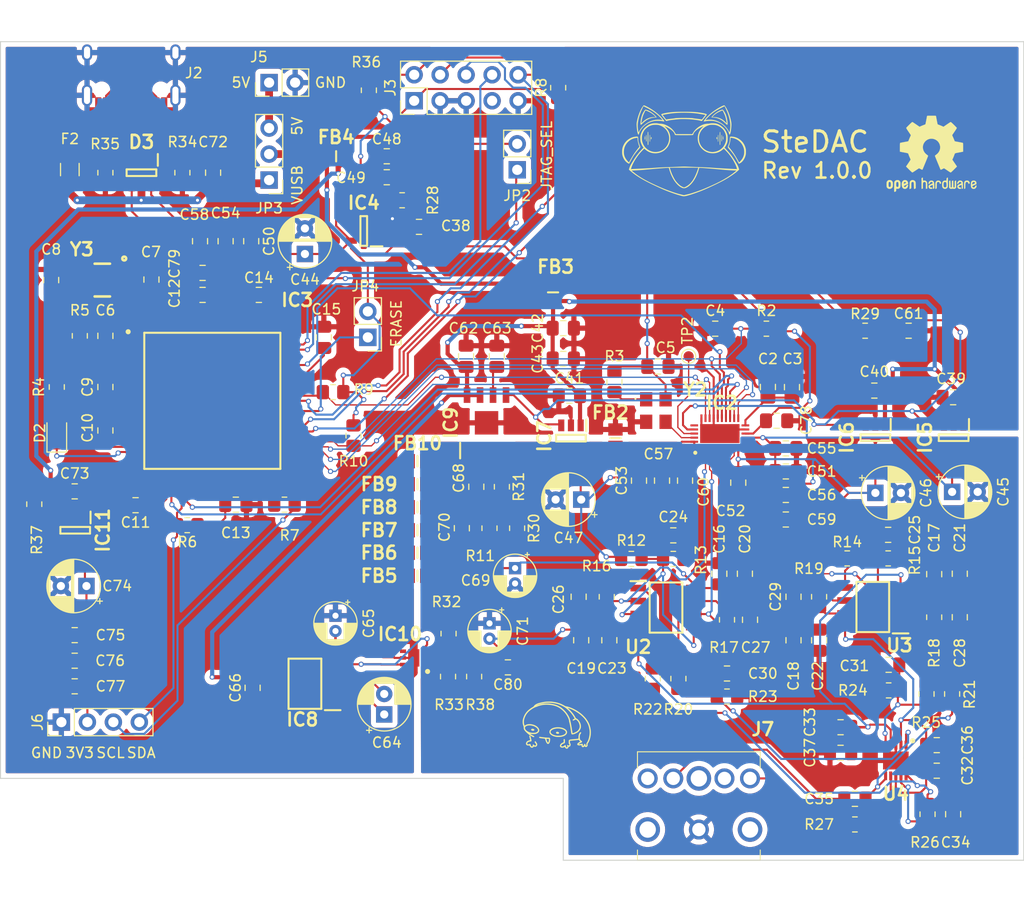
<source format=kicad_pcb>
(kicad_pcb (version 20211014) (generator pcbnew)
  (layers (0 "F.Cu" signal) (31 "B.Cu" signal) (34 "B.Paste" user) (35 "F.Paste" user) (36 "B.SilkS" user "B.Silkscreen") (37 "F.SilkS" user "F.Silkscreen") (38 "B.Mask" user) (39 "F.Mask" user) (44 "Edge.Cuts" user))
  (net 0 "")
  (net 1 "Net-(C2-Pad1)")
  (net 2 "GND")
  (net 3 "DAC_nRESET")
  (net 4 "OLED_SDA")
  (net 5 "Net-(C6-Pad1)")
  (net 6 "Net-(C7-Pad1)")
  (net 7 "Net-(C8-Pad1)")
  (net 8 "GNDREF")
  (net 9 "+VDAC")
  (net 10 "-VDAC")
  (net 11 "AVCC_R")
  (net 12 "AVCC_L")
  (net 13 "/Output Stage/R-")
  (net 14 "DAC_OUTR_N")
  (net 15 "DAC_OUTR_P")
  (net 16 "/Output Stage/R+")
  (net 17 "/Output Stage/L-")
  (net 18 "DAC_OUTL_N")
  (net 19 "DAC_OUTL_P")
  (net 20 "/Output Stage/L+")
  (net 21 "Net-(C30-Pad1)")
  (net 22 "Net-(C31-Pad2)")
  (net 23 "OUTR")
  (net 24 "Net-(C34-Pad2)")
  (net 25 "Net-(C35-Pad1)")
  (net 26 "OUTL")
  (net 27 "MCU_5V")
  (net 28 "DAC_5V")
  (net 29 "+3.3VDAC")
  (net 30 "DAC_PWR_EN")
  (net 31 "Net-(C63-Pad1)")
  (net 32 "Net-(C64-Pad1)")
  (net 33 "Net-(C64-Pad2)")
  (net 34 "Net-(C68-Pad1)")
  (net 35 "Net-(C70-Pad1)")
  (net 36 "VBUS")
  (net 37 "OLED_3V3")
  (net 38 "Net-(D2-Pad1)")
  (net 39 "Net-(D2-Pad2)")
  (net 40 "Net-(D3-Pad1)")
  (net 41 "Net-(D3-Pad3)")
  (net 42 "USB_D+")
  (net 43 "USB_D-")
  (net 44 "Net-(F2-Pad1)")
  (net 45 "+5V")
  (net 50 "DAC_GPIO2")
  (net 51 "DAC_GPIO1")
  (net 52 "PCM_SIN")
  (net 53 "PCM_LRCLK")
  (net 54 "PCM_BCLK")
  (net 55 "DAC_SCL")
  (net 56 "DAC_SDA")
  (net 58 "Net-(IC2-Pad28)")
  (net 59 "Net-(IC2-Pad29)")
  (net 93 "OLED_SCL")
  (net 95 "JTAG_TMS")
  (net 96 "MCU_RESET")
  (net 99 "ERASE")
  (net 101 "JTAG_TCLK")
  (net 107 "JTAG_SEL")
  (net 108 "JTAG_TDI")
  (net 110 "JTAG_TDO")
  (net 124 "Net-(IC4-Pad3)")
  (net 131 "Net-(IC11-Pad3)")
  (net 134 "Net-(J2-Pad4)")
  (net 135 "Net-(J2-Pad10)")
  (net 138 "Net-(J5-Pad1)")
  (net 139 "Net-(R3-Pad2)")
  (net 140 "/Output Stage/VBias_R")
  (net 141 "/Output Stage/VBias_L")
  (net 144 "+3V3")
  (net 145 "Net-(C80-Pad2)")
  (net 147 "Net-(C65-Pad2)")
  (net 148 "Net-(IC10-Pad2)")
  (footprint "Capacitor_SMD:C_0805_2012Metric_Pad1.18x1.45mm_HandSolder" (layer "F.Cu") (at 173.3125 88.75 180)
    (fp_text reference "C40")
    (fp_text value "4.7u")
  )
  (footprint "Resistor_SMD:R_0805_2012Metric_Pad1.20x1.40mm_HandSolder" (layer "F.Cu") (at 172.4125 82.9)
    (fp_text reference "R29")
    (fp_text value "10k")
  )
  (footprint "Capacitor_SMD:C_0805_2012Metric_Pad1.18x1.45mm_HandSolder" (layer "F.Cu") (at 157.7625 82.7 180)
    (fp_text reference "C4")
    (fp_text value "2.2u")
  )
  (footprint "Connector_PinHeader_2.54mm:PinHeader_1x03_P2.54mm_Vertical" (layer "F.Cu") (at 114.1625 68.175 180)
    (fp_text reference "JP3")
    (fp_text value "Jumper_3_Open")
  )
  (footprint "Capacitor_SMD:C_0805_2012Metric_Pad1.18x1.45mm_HandSolder" (layer "F.Cu") (at 144.4125 108.9 -90)
    (fp_text reference "C26")
    (fp_text value "510p")
  )
  (footprint "Capacitor_THT:CP_Radial_D4.0mm_P1.50mm" (layer "F.Cu") (at 135.7 111.5 -90)
    (fp_text reference "C71")
    (fp_text value "2.2u")
  )
  (footprint "SamacSys_Parts:SON65P200X200X65-7N-D" (layer "F.Cu") (at 128.3 114.875 180)
    (fp_text reference "IC10")
    (fp_text value "ADP7182ACPZN-R7" hide)
  )
  (footprint "Capacitor_SMD:C_0805_2012Metric_Pad1.18x1.45mm_HandSolder" (layer "F.Cu") (at 153.6625 102.9 180)
    (fp_text reference "C24")
    (fp_text value "2.2u")
  )
  (footprint "Capacitor_SMD:C_0805_2012Metric_Pad1.18x1.45mm_HandSolder" (layer "F.Cu") (at 160.0125 97.75 -90)
    (fp_text reference "C52")
    (fp_text value "4.7u")
  )
  (footprint "Resistor_SMD:R_0805_2012Metric_Pad1.20x1.40mm_HandSolder" (layer "F.Cu") (at 149.5625 105.2 180)
    (fp_text reference "R12")
    (fp_text value "4k")
  )
  (footprint "Resistor_SMD:R_0805_2012Metric_Pad1.20x1.40mm_HandSolder" (layer "F.Cu") (at 147.1625 108.9 -90)
    (fp_text reference "R16")
    (fp_text value "1.3k")
  )
  (footprint "Resistor_SMD:R_0805_2012Metric_Pad1.20x1.40mm_HandSolder" (layer "F.Cu") (at 153.6625 105.2 180)
    (fp_text reference "R13")
    (fp_text value "5k")
  )
  (footprint "SamacSys_Parts:ABM3B" (layer "F.Cu") (at 97.8625 77.95 180)
    (fp_text reference "Y3")
    (fp_text value "12MHz" hide)
  )
  (footprint "Capacitor_SMD:C_0805_2012Metric_Pad1.18x1.45mm_HandSolder" (layer "F.Cu") (at 164.6625 94.4)
    (fp_text reference "C55")
    (fp_text value "0.1u")
  )
  (footprint "Resistor_SMD:R_0805_2012Metric_Pad1.20x1.40mm_HandSolder" (layer "F.Cu") (at 158.9125 111.15 90)
    (fp_text reference "R17")
    (fp_text value "1.3k")
  )
  (footprint "Resistor_SMD:R_0805_2012Metric_Pad1.20x1.40mm_HandSolder" (layer "F.Cu") (at 142.4125 59.15 90)
    (fp_text reference "R8")
    (fp_text value "4.7k")
  )
  (footprint "Resistor_SMD:R_0805_2012Metric_Pad1.20x1.40mm_HandSolder" (layer "F.Cu") (at 138.4 102.2 -90)
    (fp_text reference "R30")
    (fp_text value "10k")
  )
  (footprint "Capacitor_THT:CP_Radial_D4.0mm_P1.50mm" (layer "F.Cu") (at 120.65 110.75 -90)
    (fp_text reference "C65")
    (fp_text value "2.2u")
  )
  (footprint "SamacSys_Parts:BEADC2012X110N" (layer "F.Cu") (at 128.6625 95.65)
    (fp_text reference "FB10")
    (fp_text value "0R" hide)
  )
  (footprint "Capacitor_SMD:C_0805_2012Metric_Pad1.18x1.45mm_HandSolder" (layer "F.Cu") (at 133 102.2 90)
    (fp_text reference "C70")
    (fp_text value "10u")
  )
  (footprint "Connector_PinHeader_2.54mm:PinHeader_2x05_P2.54mm_Vertical" (layer "F.Cu") (at 128.3375 60.425 90)
    (fp_text reference "J3")
    (fp_text value "Conn_02x05_Odd_Even")
  )
  (footprint "Capacitor_SMD:C_0805_2012Metric_Pad1.18x1.45mm_HandSolder" (layer "F.Cu") (at 158.1625 106.65 -90)
    (fp_text reference "C16")
    (fp_text value "0.1u")
  )
  (footprint "Connector_PinHeader_2.54mm:PinHeader_1x04_P2.54mm_Vertical" (layer "F.Cu") (at 93.8625 121.15 90)
    (fp_text reference "J6")
    (fp_text value "Conn_01x04")
  )
  (footprint "SamacSys_Parts:SOIC127P600X175-8N" (layer "F.Cu") (at 152.9515 109.955)
    (fp_text reference "U2")
    (fp_text value "OPA1612-Q1" hide)
  )
  (footprint "Capacitor_SMD:C_0805_2012Metric_Pad1.18x1.45mm_HandSolder" (layer "F.Cu") (at 181.0125 130.15 90)
    (fp_text reference "C34")
    (fp_text value "2n")
  )
  (footprint "Resistor_SMD:R_0805_2012Metric_Pad1.20x1.40mm_HandSolder" (layer "F.Cu") (at 170.6625 105.15 180)
    (fp_text reference "R14")
    (fp_text value "4k")
  )
  (footprint "SamacSys_Parts:BEADC2012X110N" (layer "F.Cu") (at 128.6625 102.4)
    (fp_text reference "FB7")
    (fp_text value "0R" hide)
  )
  (footprint "Capacitor_SMD:C_0805_2012Metric_Pad1.18x1.45mm_HandSolder" (layer "F.Cu") (at 181.6625 110.9 90)
    (fp_text reference "C28")
    (fp_text value "510p")
  )
  (footprint "Resistor_SMD:R_0805_2012Metric_Pad1.20x1.40mm_HandSolder" (layer "F.Cu") (at 154.1625 116.9 90)
    (fp_text reference "R20")
    (fp_text value "750")
  )
  (footprint "SamacSys_Parts:BEADC2012X110N" (layer "F.Cu") (at 128.6625 97.9)
    (fp_text reference "FB9")
    (fp_text value "0R" hide)
  )
  (footprint "SamacSys_Parts:SOT95P280X100-5N" (layer "F.Cu") (at 181.0625 93.35 -90)
    (fp_text reference "IC5")
    (fp_text value "ADP150AUJZ-3.3-R7" hide)
  )
  (footprint "Resistor_SMD:R_0805_2012Metric_Pad1.20x1.40mm_HandSolder" (layer "F.Cu") (at 179.1625 110.9 90)
    (fp_text reference "R18")
    (fp_text value "1.3k")
  )
  (footprint "SamacSys_Parts:SOIC127P599X175-8N" (layer "F.Cu") (at 117.6625 117.4 180)
    (fp_text reference "IC8")
    (fp_text value "LT1026CS8#PBF" hide)
  )
  (footprint "SamacSys_Parts:BEADC2012X110N" (layer "F.Cu") (at 128.6625 106.85)
    (fp_text reference "FB5")
    (fp_text value "0R" hide)
  )
  (footprint "Capacitor_SMD:C_0805_2012Metric_Pad1.18x1.45mm_HandSolder" (layer "F.Cu") (at 98.1625 92.65 90)
    (fp_text reference "C10")
    (fp_text value "0.1u")
  )
  (footprint "SamacSys_Parts:BEADC2012X110N" (layer "F.Cu") (at 148.0125 93.4 -90)
    (fp_text reference "FB2")
    (fp_text value "0R" hide)
  )
  (footprint "Capacitor_SMD:C_0805_2012Metric_Pad1.18x1.45mm_HandSolder" (layer "F.Cu") (at 181.6625 106.65 -90)
    (fp_text reference "C21")
    (fp_text value "0.22u")
  )
  (footprint "SamacSys_Parts:STX31205B284C" (layer "F.Cu") (at 156.1625 131.65 90)
    (fp_text reference "J7")
    (fp_text value "STX-3120-5B-284C" hide)
  )
  (footprint "Capacitor_SMD:C_0805_2012Metric_Pad1.18x1.45mm_HandSolder" (layer "F.Cu") (at 152.5625 97.55 -90)
    (fp_text reference "C57")
    (fp_text value "0.1u")
  )
  (footprint "Capacitor_SMD:C_0805_2012Metric_Pad1.18x1.45mm_HandSolder" (layer "F.Cu") (at 112.55 117.8 90)
    (fp_text reference "C66")
    (fp_text value "4.7u")
  )
  (footprint "SamacSys_Parts:QFP50P1600X1600X160-100N" (layer "F.Cu") (at 108.6125 89.75)
    (fp_text reference "IC3")
    (fp_text value "ATSAMS70N20A-AN" hide)
  )
  (footprint "Resistor_SMD:R_0805_2012Metric_Pad1.20x1.40mm_HandSolder" (layer "F.Cu") (at 174.6625 105.15 180)
    (fp_text reference "R15")
    (fp_text value "5k")
  )
  (footprint "Type-C:HRO-TYPE-C-31-M-12-HandSoldering" (layer "F.Cu") (at 100.6875 53.115 180)
    (fp_text reference "J2")
    (fp_text value "USB4105-GF-A")
  )
  (footprint "Capacitor_SMD:C_0805_2012Metric_Pad1.18x1.45mm_HandSolder" (layer "F.Cu") (at 179.1625 106.69 -90)
    (fp_text reference "C17")
    (fp_text value "0.1u")
  )
  (footprint "Capacitor_SMD:C_0805_2012Metric_Pad1.18x1.45mm_HandSolder" (layer "F.Cu") (at 107.6625 77.25 180)
    (fp_text reference "C79")
    (fp_text value "10u")
  )
  (footprint "Capacitor_SMD:C_0805_2012Metric_Pad1.18x1.45mm_HandSolder" (layer "F.Cu") (at 154.8125 97.55 -90)
    (fp_text reference "C60")
    (fp_text value "0.1u")
  )
  (footprint "Capacitor_SMD:C_0805_2012Metric_Pad1.18x1.45mm_HandSolder" (layer "F.Cu") (at 152.1625 86.4)
    (fp_text reference "C5")
    (fp_text value "0.22u")
  )
  (footprint "Resistor_SMD:R_0805_2012Metric_Pad1.20x1.40mm_HandSolder" (layer "F.Cu") (at 127.1625 70.15)
    (fp_text reference "R28")
    (fp_text value "10k")
  )
  (footprint "Capacitor_SMD:C_0805_2012Metric_Pad1.18x1.45mm_HandSolder" (layer "F.Cu") (at 92.8625 77.95 90)
    (fp_text reference "C8")
    (fp_text value "12p")
  )
  (footprint "LED_SMD:LED_0805_2012Metric_Pad1.15x1.40mm_HandSolder" (layer "F.Cu") (at 93.4125 92.9 90)
    (fp_text reference "D2")
    (fp_text value "LED")
  )
  (footprint "Connector_PinHeader_2.54mm:PinHeader_1x02_P2.54mm_Vertical" (layer "F.Cu") (at 114.1625 58.65 90)
    (fp_text reference "J5")
    (fp_text value "Conn_01x02")
  )
  (footprint "Resistor_SMD:R_0805_2012Metric_Pad1.20x1.40mm_HandSolder" (layer "F.Cu") (at 178.5125 130.15 90)
    (fp_text reference "R26")
    (fp_text value "352")
  )
  (footprint "Resistor_SMD:R_0805_2012Metric_Pad1.20x1.40mm_HandSolder" (layer "F.Cu") (at 131.7 112.5 -90)
    (fp_text reference "R32")
    (fp_text value "10k")
  )
  (footprint "Capacitor_SMD:C_0805_2012Metric_Pad1.18x1.45mm_HandSolder" (layer "F.Cu") (at 119.5125 83.55 90)
    (fp_text reference "C15")
    (fp_text value "0.1u")
  )
  (footprint "Symbol:OSHW-Logo2_9.8x8mm_SilkScreen" (layer "F.Cu") (at 178.9 65.6)
    (fp_text reference "REF**" hide)
    (fp_text value "OSHW-Logo2_9.8x8mm_SilkScreen" hide)
  )
  (footprint "Capacitor_SMD:C_0805_2012Metric_Pad1.18x1.45mm_HandSolder" (layer "F.Cu") (at 113.1625 79.4)
    (fp_text reference "C14")
    (fp_text value "0.1u")
  )
  (footprint "Capacitor_SMD:C_0805_2012Metric_Pad1.18x1.45mm_HandSolder" (layer "F.Cu") (at 112.4125 74.15 90)
    (fp_text reference "C50")
    (fp_text value "4.7u")
  )
  (footprint "Capacitor_SMD:C_0805_2012Metric_Pad1.18x1.45mm_HandSolder" (layer "F.Cu") (at 179.4125 125.9 180)
    (fp_text reference "C32")
    (fp_text value "0.1u")
  )
  (footprint "SamacSys_Parts:BEADC2012X110N" (layer "F.Cu") (at 128.6625 100.15)
    (fp_text reference "FB8")
    (fp_text value "0R" hide)
  )
  (footprint "Resistor_SMD:R_0805_2012Metric_Pad1.20x1.40mm_HandSolder" (layer "F.Cu") (at 178.4125 118.4 -90)
    (fp_text reference "R25")
    (fp_text value "750")
  )
  (footprint "Capacitor_SMD:C_0805_2012Metric_Pad1.18x1.45mm_HandSolder" (layer "F.Cu") (at 142.9125 85.65)
    (fp_text reference "C43")
    (fp_text value "0.1u")
  )
  (footprint "Capacitor_THT:CP_Radial_D5.0mm_P2.00mm" (layer "F.Cu") (at 125.4125 120.4 90)
    (fp_text reference "C64")
    (fp_text value "1u")
  )
  (footprint "Connector_PinHeader_2.54mm:PinHeader_1x02_P2.54mm_Vertical" (layer "F.Cu") (at 138.4125 67.175 180)
    (fp_text reference "JP2")
    (fp_text value "Jumper_2_Open")
  )
  (footprint "Resistor_SMD:R_0805_2012Metric_Pad1.20x1.40mm_HandSolder" (layer "F.Cu") (at 106.1625 101.9 180)
    (fp_text reference "R6")
    (fp_text value "DNP")
  )
  (footprint "SamacSys_Parts:SOIC127P600X175-8N" (layer "F.Cu") (at 173.1625 109.9 180)
    (fp_text reference "U3")
    (fp_text value "OPA1612-Q1" hide)
  )
  (footprint "Capacitor_SMD:C_0805_2012Metric_Pad1.18x1.45mm_HandSolder" (layer "F.Cu") (at 165.4125 113.15 90)
    (fp_text reference "C18")
    (fp_text value "0.1u")
  )
  (footprint "Resistor_SMD:R_0805_2012Metric_Pad1.20x1.40mm_HandSolder" (layer "F.Cu") (at 135.7 102.2 -90)
    (fp_text reference "R11")
    (fp_text value "1k")
  )
  (footprint "Resistor_SMD:R_0805_2012Metric_Pad1.20x1.40mm_HandSolder" (layer "F.Cu") (at 162.7625 82.7 180)
    (fp_text reference "R2")
    (fp_text value "10k")
  )
  (footprint "Resistor_SMD:R_0805_2012Metric_Pad1.20x1.40mm_HandSolder" (layer "F.Cu") (at 147.9125 87.9 -90)
    (fp_text reference "R3")
    (fp_text value "1k")
  )
  (footprint "Capacitor_SMD:C_0805_2012Metric_Pad1.18x1.45mm_HandSolder" (layer "F.Cu") (at 150.3125 97.55 -90)
    (fp_text reference "C53")
    (fp_text value "4.7u")
  )
  (footprint "Capacitor_SMD:C_0805_2012Metric_Pad1.18x1.45mm_HandSolder" (layer "F.Cu") (at 179.4125 123.4 180)
    (fp_text reference "C36")
    (fp_text value "0.22u")
  )
  (footprint "Resistor_SMD:R_0805_2012Metric_Pad1.20x1.40mm_HandSolder" (layer "F.Cu") (at 98.1625 67.455 -90)
    (fp_text reference "R35")
    (fp_text value "5.1k")
  )
  (footprint "Capacitor_SMD:C_0805_2012Metric_Pad1.18x1.45mm_HandSolder" (layer "F.Cu") (at 108.6875 67.455 90)
    (fp_text reference "C72")
    (fp_text value "0.1u")
  )
  (footprint "Resistor_SMD:R_0805_2012Metric_Pad1.20x1.40mm_HandSolder" (layer "F.Cu") (at 123.9125 59.4 -90)
    (fp_text reference "R36")
    (fp_text value "100k")
  )
  (footprint "Resistor_SMD:R_0805_2012Metric_Pad1.20x1.40mm_HandSolder" (layer "F.Cu") (at 115.6625 99.9)
    (fp_text reference "R7")
    (fp_text value "DNP")
  )
  (footprint "Resistor_SMD:R_0805_2012Metric_Pad1.20x1.40mm_HandSolder" (layer "F.Cu") (at 131.65 116.7 -90)
    (fp_text reference "R33")
    (fp_text value "24k")
  )
  (footprint "SamacSys_Parts:BEADC2012X110N" (layer "F.Cu") (at 120.7125 65.85)
    (fp_text reference "FB4")
    (fp_text value "0R" hide)
  )
  (footprint "Resistor_SMD:R_0805_2012Metric_Pad1.20x1.40mm_HandSolder" (layer "F.Cu") (at 167.9125 108.9 -90)
    (fp_text reference "R19")
    (fp_text value "1.3k")
  )
  (footprint "Capacitor_THT:CP_Radial_D5.0mm_P2.50mm" (layer "F.Cu") (at 180.9125 98.65)
    (fp_text reference "C45")
    (fp_text value "47u")
  )
  (footprint "Capacitor_SMD:C_0805_2012Metric_Pad1.18x1.45mm_HandSolder" (layer "F.Cu") (at 134.4125 98.15 90)
    (fp_text reference "C68")
    (fp_text value "10n")
  )
  (footprint "Capacitor_SMD:C_0805_2012Metric_Pad1.18x1.45mm_HandSolder" (layer "F.Cu") (at 125.6625 67.9 180)
    (fp_text reference "C49")
    (fp_text value "0.1u")
  )
  (footprint "logo:crisis_boi" (layer "F.Cu") (at 142.55 121.5)
    (fp_text reference "G***" hide)
    (fp_text value "LOGO" hide)
  )
  (footprint "Capacitor_SMD:C_0805_2012Metric_Pad1.18x1.45mm_HandSolder" (layer "F.Cu") (at 161.1625 111.15 90)
    (fp_text reference "C27")
    (fp_text value "510p")
  )
  (footprint "Capacitor_SMD:C_0805_2012Metric_Pad1.18x1.45mm_HandSolder" (layer "F.Cu") (at 165.2625 88.4125 90)
    (fp_text reference "C3")
    (fp_text value "4.7u")
  )
  (footprint "SamacSys_Parts:BEADC2012X110N" (layer "F.Cu") (at 141.9125 79.15 -90)
    (fp_text reference "FB3")
    (fp_text value "0R" hide)
  )
  (footprint "Capacitor_SMD:C_0805_2012Metric_Pad1.18x1.45mm_HandSolder" (layer "F.Cu") (at 165.4125 108.9 -90)
    (fp_text reference "C29")
    (fp_text value "510p")
  )
  (footprint "Capacitor_SMD:C_0805_2012Metric_Pad1.18x1.45mm_HandSolder" (layer "F.Cu") (at 163.7625 91.7)
    (fp_text reference "C78")
    (fp_text value "0.1u")
  )
  (footprint "Resistor_SMD:R_0805_2012Metric_Pad1.20x1.40mm_HandSolder" (layer "F.Cu") (at 158.9125 118.65 180)
    (fp_text reference "R23")
    (fp_text value "352")
  )
  (footprint "Resistor_SMD:R_0805_2012Metric_Pad1.20x1.40mm_HandSolder" (layer "F.Cu") (at 105.6875 67.455 -90)
    (fp_text reference "R34")
    (fp_text value "5.1k")
  )
  (footprint "SamacSys_Parts:SOT95P280X100-5N" (layer "F.Cu") (at 95.2125 102.4 -90)
    (fp_text reference "IC11")
    (fp_text value "ADP150AUJZ-3.3-R7" hide)
  )
  (footprint "Resistor_SMD:R_0805_2012Metric_Pad1.20x1.40mm_HandSolder" (layer "F.Cu") (at 151.6625 116.9 90)
    (fp_text reference "R22")
    (fp_text value "750")
  )
  (footprint "Capacitor_SMD:C_0805_2012Metric_Pad1.18x1.45mm_HandSolder" (layer "F.Cu") (at 95.1625 117.65 180)
    (fp_text reference "C77")
    (fp_text value "0.1u")
  )
  (footprint "Resistor_SMD:R_0805_2012Metric_Pad1.20x1.40mm_HandSolder" (layer "F.Cu") (at 180.9125 118.4 90)
    (fp_text reference "R21")
    (fp_text value "750")
  )
  (footprint "Capacitor_SMD:C_0805_2012Metric_Pad1.18x1.45mm_HandSolder" (layer "F.Cu") (at 107.4125 74.15 90)
    (fp_text reference "C58")
    (fp_text value "0.1u")
  )
  (footprint "Capacitor_SMD:C_0805_2012Metric_Pad1.18x1.45mm_HandSolder" (layer "F.Cu") (at 176.6625 82.9)
    (fp_text reference "C61")
    (fp_text value "1u")
  )
  (footprint "SamacSys_Parts:SOT95P280X100-5N" (layer "F.Cu") (at 123.4125 73.15 180)
    (fp_text reference "IC4")
    (fp_text value "ADP150AUJZ-3.3-R7" hide)
  )
  (footprint "Capacitor_SMD:C_0805_2012Metric_Pad1.18x1.45mm_HandSolder" (layer "F.Cu") (at 167.9125 113.15 90)
    (fp_text reference "C22")
    (fp_text value "0.22u")
  )
  (footprint "Resistor_SMD:R_0805_2012Metric_Pad1.20x1.40mm_HandSolder" (layer "F.Cu") (at 174.7125 118.05 180)
    (fp_text reference "R24")
    (fp_text value "352")
  )
  (footprint "Capacitor_SMD:C_0805_2012Metric_Pad1.18x1.45mm_HandSolder" (layer "F.Cu") (at 160.6625 106.65 -90)
    (fp_text reference "C20")
    (fp_text value "0.22u")
  )
  (footprint "SamacSys_Parts:SOT95P280X100-5N" (layer "F.Cu") (at 143.6625 93.4 -90)
    (fp_text reference "IC7")
    (fp_text value "ADP150AUJZ-3.3-R7" hide)
  )
  (footprint "Capacitor_SMD:C_0805_2012Metric_Pad1.18x1.45mm_HandSolder" (layer "F.Cu") (at 98.1625 83.4 -90)
    (fp_text reference "C6")
    (fp_text value "10p")
  )
  (footprint "Capacitor_SMD:C_0805_2012Metric_Pad1.18x1.45mm_HandSolder" (layer "F.Cu") (at 144.6625 113.15 90)
    (fp_text reference "C19")
    (fp_text value "0.1u")
  )
  (footprint "Resistor_SMD:R_0805_2012Metric_Pad1.20x1.40mm_HandSolder" (layer "F.Cu") (at 136.9125 98.15 -90)
    (fp_text reference "R31")
    (fp_text value "24k")
  )
  (footprint "Capacitor_SMD:C_0805_2012Metric_Pad1.18x1.45mm_HandSolder" (layer "F.Cu") (at 133.4125 85.4 90)
    (fp_text reference "C62")
    (fp_text value "10u")
  )
  (footprint "Capacitor_SMD:C_0805_2012Metric_Pad1.18x1.45mm_HandSolder" (layer "F.Cu") (at 110.9125 99.9)
    (fp_text reference "C13")
    (fp_text value "0.1u")
  )
  (footprint "SamacSys_Parts:QFN40P300X500X80-31N-D" (layer "F.Cu") (at 158.2125 92.95 90)
    (fp_text reference "IC2")
    (fp_text value "ES9038Q2M" hide)
  )
  (footprint "Capacitor_SMD:C_0805_2012Metric_Pad1.18x1.45mm_HandSolder" (layer "F.Cu") (at 143.5125 89.25 180)
    (fp_text reference "C41")
    (fp_text value "4.7u")
  )
  (footprint "Capacitor_SMD:C_0805_2012Metric_Pad1.18x1.45mm_HandSolder" (layer "F.Cu") (at 181.0125 89.4 180)
    (fp_text reference "C39")
    (fp_text value "4.7u")
  )
  (footprint "Capacitor_THT:CP_Radial_D5.0mm_P2.50mm" (layer "F.Cu") (at 117.6625 75.4 90)
    (fp_text reference "C44")
    (fp_text value "47u")
  )
  (footprint "logo:logo" (layer "F.Cu") (at 154.7125 66.25)
    (fp_text reference "G***" hide)
    (fp_text value "LOGO" hide)
  )
  (footprint "Resistor_SMD:R_0805_2012Metric_Pad1.20x1.40mm_HandSolder" (layer "F.Cu") (at 122.4125 93.15 -90)
    (fp_text reference "R10")
    (fp_text value "4.7k")
  )
  (footprint "Capacitor_SMD:C_0805_2012Metric_Pad1.18x1.45mm_HandSolder" (layer "F.Cu") (at 109.9125 74.15 90)
    (fp_text reference "C54")
    (fp_text value "0.1u")
  )
  (footprint "Resistor_SMD:R_0805_2012Metric_Pad1.20x1.40mm_HandSolder" (layer "F.Cu") (at 120.4125 88.9 180)
    (fp_text reference "R9")
    (fp_text value "4.7k")
  )
  (footprint "Capacitor_SMD:C_0805_2012Metric_Pad1.18x1.45mm_HandSolder" (layer "F.Cu") (at 164.6625 98.95)
    (fp_text reference "C56")
    (fp_text value "0.1u")
  )
  (footprint "Capacitor_SMD:C_0805_2012Metric_Pad1.18x1.45mm_HandSolder" (layer "F.Cu") (at 147.4125 113.15 90)
    (fp_text reference "C23")
    (fp_text value "0.22u")
  )
  (footprint "Resistor_SMD:R_0805_2012Metric_Pad1.20x1.40mm_HandSolder" (layer "F.Cu") (at 93.4125 88.4 -90)
    (fp_text reference "R4")
    (fp_text value "330")
  )
  (footprint "Capacitor_SMD:C_0805_2012Metric_Pad1.18x1.45mm_HandSolder" (layer "F.Cu") (at 101.1125 99.95 180)
    (fp_text reference "C11")
    (fp_text value "0.1u")
  )
  (footprint "Capacitor_SMD:C_0805_2012Metric_Pad1.18x1.45mm_HandSolder" (layer "F.Cu") (at 162.9125 88.4 90)
    (fp_text reference "C2")
    (fp_text value "0.22u")
  )
  (footprint "Capacitor_SMD:C_0805_2012Metric_Pad1.18x1.45mm_HandSolder" (layer "F.Cu") (at 174.6625 102.85 180)
    (fp_text reference "C25")
    (fp_text value "2.2u")
  )
  (footprint "Capacitor_SMD:C_0805_2012Metric_Pad1.18x1.45mm_HandSolder" (layer "F.Cu") (at 95.1625 112.65 180)
    (fp_text reference "C75")
    (fp_text value "4.7u")
  )
  (footprint "Capacitor_THT:CP_Radial_D5.0mm_P2.50mm" (layer "F.Cu") (at 144.6625 99.4 180)
    (fp_text reference "C47")
    (fp_text value "47u")
  )
  (footprint "SamacSys_Parts:SOIC127P600X175-9N" (layer "F.Cu") (at 135.4125 91.9 90)
    (fp_text reference "IC9")
    (fp_text value "ADP7118ARDZ" hide)
  )
  (footprint "Capacitor_SMD:C_0805_2012Metric_Pad1.18x1.45mm_HandSolder" (layer "F.Cu") (at 95.1625 115.15 180)
    (fp_text reference "C76")
    (fp_text value "0.1u")
  )
  (footprint "Capacitor_SMD:C_0805_2012Metric_Pad1.18x1.45mm_HandSolder" (layer "F.Cu") (at 164.6625 96.65)
    (fp_text reference "C51")
    (fp_text value "4.7u")
  )
  (footprint "Capacitor_SMD:C_0805_2012Metric_Pad1.18x1.45mm_HandSolder" (layer "F.Cu") (at 174.7125 115.55)
    (fp_text reference "C31")
    (fp_text value "2n")
  )
  (footprint "Capacitor_THT:CP_Radial_D5.0mm_P2.50mm" (layer "F.Cu") (at 96.3125 107.85 180)
    (fp_text reference "C74")
    (fp_text value "47u")
  )
  (footprint "Capacitor_SMD:C_0805_2012Metric_Pad1.18x1.45mm_HandSolder" (layer "F.Cu") (at 128.8125 72.75)
    (fp_text reference "C38")
    (fp_text value "4.7u")
  )
  (footprint "SamacSys_Parts:SOT95P280X145-6N" (layer "F.Cu") (at 101.6875 67.455 -90)
    (fp_text reference "D3")
    (fp_text value "82400102" hide)
  )
  (footprint "Capacitor_SMD:C_0805_2012Metric_Pad1.18x1.45mm_HandSolder" (layer "F.Cu") (at 170.0125 121.65)
    (fp_text reference "C33")
    (fp_text value "0.1u")
  )
  (footprint "Capacitor_SMD:C_0805_2012Metric_Pad1.18x1.45mm_HandSolder" (layer "F.Cu") (at 98.1625 88.4 -90)
    (fp_text reference "C9")
    (fp_text value "0.1u")
  )
  (footprint "Resistor_SMD:R_0805_2012Metric_Pad1.20x1.40mm_HandSolder" (layer "F.Cu") (at 95.6625 83.4 -90)
    (fp_text reference "R5")
    (fp_text value "5.62k")
  )
  (footprint "Capacitor_SMD:C_0805_2012Metric_Pad1.18x1.45mm_HandSolder" (layer "F.Cu") (at 164.6625 101.35)
    (fp_text reference "C59")
    (fp_text value "0.1u")
  )
  (footprint "Capacitor_THT:CP_Radial_D5.0mm_P2.50mm" (layer "F.Cu") (at 173.4125 98.75)
    (fp_text reference "C46")
    (fp_text value "47u")
  )
  (footprint "Capacitor_SMD:C_0805_2012Metric_Pad1.18x1.45mm_HandSolder" (layer "F.Cu") (at 95.1625 98.6 180)
    (fp_text reference "C73")
    (fp_text value "4.7u")
  )
  (footprint "Capacitor_SMD:C_0805_2012Metric_Pad1.18x1.45mm_HandSolder" (layer "F.Cu") (at 171.4125 128.65 180)
    (fp_text reference "C35")
    (fp_text value "2n")
  )
  (footprint "Capacitor_SMD:C_0805_2012Metric_Pad1.18x1.45mm_HandSolder" (layer "F.Cu") (at 170.0125 124.15)
    (fp_text reference "C37")
    (fp_text value "0.22u")
  )
  (footprint "Fuse:Fuse_1206_3216Metric" (layer "F.Cu") (at 94.6875 67.15 -90)
    (fp_text reference "F2")
    (fp_text value "500mA")
  )
  (footprint "Capacitor_SMD:C_0805_2012Metric_Pad1.18x1.45mm_HandSolder" (layer "F.Cu") (at 136.4125 85.4 90)
    (fp_text reference "C63")
    (fp_text value "1n")
  )
  (footprint "Capacitor_THT:CP_Radial_D4.0mm_P1.50mm" (layer "F.Cu") (at 138.2 106.1 -90)
    (fp_text reference "C69")
    (fp_text value "2.2u")
  )
  (footprint "Capacitor_SMD:C_0805_2012Metric_Pad1.18x1.45mm_HandSolder" (layer "F.Cu") (at 107.6625 79.4 180)
    (fp_text reference "C12")
    (fp_text value "0.1u")
  )
  (footprint "Resistor_SMD:R_0805_2012Metric_Pad1.20x1.40mm_HandSolder" (layer "F.Cu") (at 91.2125 99.85 90)
    (fp_text reference "R37")
    (fp_text value "10k")
  )
  (footprint "Capacitor_SMD:C_0805_2012Metric_Pad1.18x1.45mm_HandSolder" (layer "F.Cu") (at 137.5 115.8 180)
    (fp_text reference "C80")
    (fp_text value "1u")
  )
  (footprint "Capacitor_SMD:C_0805_2012Metric_Pad1.18x1.45mm_HandSolder" (layer "F.Cu") (at 102.6625 77.9 -90)
    (fp_text reference "C7")
    (fp_text value "12p")
  )
  (footprint "SamacSys_Parts:SON50P300X300X100-11N" (layer "F.Cu") (at 175.4125 124.9 -90)
    (fp_text reference "U4")
    (fp_text value "OPA1622" hide)
  )
  (footprint "SamacSys_Parts:SiT8209AI2133S100000000X" (layer "F.Cu") (at 151.9625 90.7 -90)
    (fp_text reference "Y2")
    (fp_text value "SiT8209AI-21-33S-100.000000X" hide)
  )
  (footprint "Capacitor_SMD:C_0805_2012Metric_Pad1.18x1.45mm_HandSolder" (layer "F.Cu") (at 142.9125 82.65 180)
    (fp_text reference "C42")
    (fp_text value "10u")
  )
  (footprint "Resistor_SMD:R_0805_2012Metric_Pad1.20x1.40mm_HandSolder" (layer "F.Cu") (at 134.2 116.7 90)
    (fp_text reference "R38")
    (fp_text value "10k")
  )
  (footprint "SamacSys_Parts:SOT95P280X100-5N" (layer "F.Cu") (at 173.4125 93.35 -90)
    (fp_text reference "IC6")
    (fp_text value "ADP150AUJZ-3.3-R7" hide)
  )
  (footprint "Capacitor_SMD:C_0805_2012Metric_Pad1.18x1.45mm_HandSolder" (layer "F.Cu") (at 158.9125 116.4)
    (fp_text reference "C30")
    (fp_text value "2n")
  )
  (footprint "Connector_PinHeader_2.54mm:PinHeader_1x02_P2.54mm_Vertical" (layer "F.Cu") (at 123.8125 83.55 180)
    (fp_text reference "JP4")
    (fp_text value "Jumper_2_Open")
  )
  (footprint "SamacSys_Parts:BEADC2012X110N" (layer "F.Cu") (at 128.6625 104.6)
    (fp_text reference "FB6")
    (fp_text value "0R" hide)
  )
  (footprint "TestPoint:TestPoint_Pad_D1.0mm" (layer "F.Cu") (at 155.1625 85.4 -90)
    (fp_text reference "TP2")
    (fp_text value "TestPoint")
  )
  (footprint "Resistor_SMD:R_0805_2012Metric_Pad1.20x1.40mm_HandSolder" (layer "F.Cu") (at 171.4125 131.15 180)
    (fp_text reference "R27")
    (fp_text value "352")
  )
  (footprint "Capacitor_SMD:C_0805_2012Metric_Pad1.18x1.45mm_HandSolder" (layer "F.Cu") (at 125.6625 65.85)
    (fp_text reference "C48")
    (fp_text value "10u")
  )
  (gr_line (start 87.9125 54.65) (end 87.9125 126.65) (layer "Edge.Cuts") (width 0.1))
  (gr_line (start 142.9125 134.65) (end 187.9125 134.65) (layer "Edge.Cuts") (width 0.1))
  (gr_line (start 187.9125 134.65) (end 187.9125 124.65) (layer "Edge.Cuts") (width 0.1))
  (gr_line (start 187.9125 124.65) (end 187.9125 54.65) (layer "Edge.Cuts") (width 0.1))
  (gr_line (start 142.9125 126.65) (end 87.9125 126.65) (layer "Edge.Cuts") (width 0.1))
  (gr_line (start 142.9125 134.65) (end 142.9125 126.65) (layer "Edge.Cuts") (width 0.1))
  (gr_line (start 187.9125 54.65) (end 87.9125 54.65) (layer "Edge.Cuts") (width 0.1))
  (gr_text "ERASE" (at 126.6 82.2 90) (layer "F.SilkS") (effects (font (size 1 1))))
  (gr_text "SDA" (at 101.6625 124.15) (layer "F.SilkS") (effects (font (size 1 1))))
  (gr_text "VUSB" (at 116.9125 68.65 90) (layer "F.SilkS") (effects (font (size 1 1))))
  (gr_text "GND" (at 120.1625 58.65) (layer "F.SilkS") (effects (font (size 1 1))))
  (gr_text "Rev 1.0.0" (at 167.7125 67.25) (layer "F.SilkS") (effects (font (size 1.5 1.5) (thickness 0.25))))
  (gr_text "SteDAC" (at 167.5125 64.45) (layer "F.SilkS") (effects (font (size 2 2) (thickness 0.3))))
  (gr_text "5V" (at 111.4125 58.65) (layer "F.SilkS") (effects (font (size 1 1))))
  (gr_text "5V" (at 116.9125 62.9 90) (layer "F.SilkS") (effects (font (size 1 1))))
  (gr_text "JTAG_SEL" (at 141.3 65.8 90) (layer "F.SilkS") (effects (font (size 1 1))))
  (gr_text "SCL" (at 98.6625 124.15) (layer "F.SilkS") (effects (font (size 1 1))))
  (gr_text "3V3" (at 95.6625 124.15) (layer "F.SilkS") (effects (font (size 1 1))))
  (gr_text "GND" (at 92.4125 124.15) (layer "F.SilkS") (effects (font (size 1 1))))
  (segment (start 160.7125 92.15) (end 160.7125 91.6375) (width 0.2) (layer "F.Cu") (net 1))
  (segment (start 160.7125 91.6375) (end 162.9125 89.4375) (width 0.2) (layer "F.Cu") (net 1))
  (segment (start 162.9125 89.4375) (end 165.25 89.4375) (width 0.2) (layer "F.Cu") (net 1))
  (segment (start 165.25 89.4375) (end 165.2625 89.45) (width 0.2) (layer "F.Cu") (net 1))
  (segment (start 157.6125 87.597381) (end 157.6125 87.45) (width 0.2) (layer "F.Cu") (net 2))
  (segment (start 128.3 116.3) (end 127.85 116.75) (width 0.762) (layer "F.Cu") (net 2))
  (segment (start 157.6125 92.35) (end 158.2125 92.95) (width 0.2) (layer "F.Cu") (net 2))
  (segment (start 157.6125 91.45) (end 157.6125 92.35) (width 0.2) (layer "F.Cu") (net 2))
  (segment (start 156.4125 91.45) (end 156.4125 92.124022) (width 0.2) (layer "F.Cu") (net 2))
  (segment (start 116.3505 87.75) (end 118.3125 87.75) (width 0.2) (layer "F.Cu") (net 2))
  (segment (start 128.3 114.875) (end 128.3 116.3) (width 0.762) (layer "F.Cu") (net 2))
  (segment (start 99.887978 88.25) (end 98.700478 89.4375) (width 0.2) (layer "F.Cu") (net 2))
  (segment (start 127.25 114.875) (end 126.425 114.875) (width 0.2032) (layer "F.Cu") (net 2))
  (segment (start 98.700478 89.4375) (end 98.1625 89.4375) (width 0.2) (layer "F.Cu") (net 2))
  (segment (start 100.8745 84.75) (end 98.475 84.75) (width 0.2) (layer "F.Cu") (net 2))
  (segment (start 126.425 114.875) (end 126.2 114.65) (width 0.2032) (layer "F.Cu") (net 2))
  (segment (start 157.238478 92.95) (end 158.2125 92.95) (width 0.2) (layer "F.Cu") (net 2))
  (segment (start 157.6125 91.45) (end 157.6125 87.597381) (width 0.2) (layer "F.Cu") (net 2))
  (segment (start 98.475 84.75) (end 98.1625 84.4375) (width 0.2) (layer "F.Cu") (net 2))
  (segment (start 100.8745 88.25) (end 99.887978 88.25) (width 0.2) (layer "F.Cu") (net 2))
  (segment (start 127.25 114.875) (end 128.3 114.875) (width 0.2032) (layer "F.Cu") (net 2))
  (segment (start 128.3 113.4) (end 127.65 112.75) (width 0.762) (layer "F.Cu") (net 2))
  (segment (start 128.3 114.875) (end 128.3 113.4) (width 0.762) (layer "F.Cu") (net 2))
  (segment (start 160.7125 92.55) (end 158.6125 92.55) (width 0.2) (layer "F.Cu") (net 2))
  (segment (start 100.8745 86.25) (end 100.8745 87.25) (width 0.2) (layer "F.Cu") (net 2))
  (segment (start 104.1125 97.488) (end 104.1125 99.35) (width 0.2) (layer "F.Cu") (net 2))
  (segment (start 156.4125 92.124022) (end 157.238478 92.95) (width 0.2) (layer "F.Cu") (net 2))
  (segment (start 157.6125 87.45) (end 156.5625 86.4) (width 0.2) (layer "F.Cu") (net 2))
  (segment (start 158.6125 92.55) (end 158.2125 92.95) (width 0.2) (layer "F.Cu") (net 2))
  (segment (start 104.1125 99.35) (end 103.8125 99.65) (width 0.2) (layer "F.Cu") (net 2))
  (via (at 126.2125 71.95) (size 0.5) (drill 0.3) (layers "F.Cu" "B.Cu") (net 2))
  (segment (start 120.1625 94.4745) (end 119.938 94.25) (width 0.127) (layer "F.Cu") (net 3))
  (segment (start 119.938 94.25) (end 116.3505 94.25) (width 0.127) (layer "F.Cu") (net 3))
  (segment (start 157.4125 86.355621) (end 157.4125 85.65) (width 0.2) (layer "F.Cu") (net 3))
  (segment (start 158.211511 87.939748) (end 158.211511 87.154632) (width 0.2) (layer "F.Cu") (net 3))
  (segment (start 160.2625 82.7) (end 161.7625 82.7) (width 0.2) (layer "F.Cu") (net 3))
  (segment (start 158.0125 91.45) (end 158.0125 88.138759) (width 0.2) (layer "F.Cu") (net 3))
  (segment (start 158.211511 87.154632) (end 157.4125 86.355621) (width 0.2) (layer "F.Cu") (net 3))
  (segment (start 158.8 82.7) (end 160.2625 82.7) (width 0.2) (layer "F.Cu") (net 3))
  (segment (start 158.0125 88.138759) (end 158.211511 87.939748) (width 0.2) (layer "F.Cu") (net 3))
  (via (at 157.4125 85.65) (size 0.5) (drill 0.3) (layers "F.Cu" "B.Cu") (net 3))
  (via (at 160.2625 82.7) (size 0.5) (drill 0.3) (layers "F.Cu" "B.Cu") (net 3))
  (via (at 120.1625 94.4745) (size 0.5) (drill 0.3) (layers "F.Cu" "B.Cu") (net 3))
  (segment (start 158.8125 85.65) (end 160.3125 84.15) (width 0.127) (layer "B.Cu") (net 3))
  (segment (start 160.3125 84.15) (end 160.3125 82.75) (width 0.127) (layer "B.Cu") (net 3))
  (segment (start 157.4125 85.65) (end 158.8125 85.65) (width 0.127) (layer "B.Cu") (net 3))
  (segment (start 121.672632 94.4745) (end 130.497132 85.65) (width 0.127) (layer "B.Cu") (net 3))
  (segment (start 160.3125 82.75) (end 160.2625 82.7) (width 0.127) (layer "B.Cu") (net 3))
  (segment (start 120.1625 94.4745) (end 121.672632 94.4745) (width 0.127) (layer "B.Cu") (net 3))
  (segment (start 130.497132 85.65) (end 157.4125 85.65) (width 0.127) (layer "B.Cu") (net 3))
  (segment (start 105.1625 103) (end 104.8125 103.35) (width 0.2) (layer "F.Cu") (net 4))
  (segment (start 105.6125 97.488) (end 105.6125 100.25) (width 0.2) (layer "F.Cu") (net 4))
  (segment (start 105.1625 101.9) (end 105.1625 103) (width 0.2) (layer "F.Cu") (net 4))
  (segment (start 105.1625 100.7) (end 105.1625 101.9) (width 0.2) (layer "F.Cu") (net 4))
  (segment (start 105.6125 100.25) (end 105.1625 100.7) (width 0.2) (layer "F.Cu") (net 4))
  (via (at 104.8125 103.35) (size 0.5) (drill 0.3) (layers "F.Cu" "B.Cu") (net 4))
  (segment (start 104.8125 117.82) (end 101.4825 121.15) (width 0.2) (layer "B.Cu") (net 4))
  (segment (start 104.8125 103.35) (end 104.8125 117.82) (width 0.2) (layer "B.Cu") (net 4))
  (segment (start 103.1625 83.9) (end 104.1125 82.95) (width 0.2) (layer "F.Cu") (net 5))
  (segment (start 102.6625 83.9) (end 103.1625 83.9) (width 0.2) (layer "F.Cu") (net 5))
  (segment (start 98.1625 82.3625) (end 101.125 82.3625) (width 0.2) (layer "F.Cu") (net 5))
  (segment (start 101.125 82.3625) (end 102.6625 83.9) (width 0.2) (layer "F.Cu") (net 5))
  (segment (start 95.6625 82.4) (end 98.125 82.4) (width 0.2) (layer "F.Cu") (net 5))
  (segment (start 104.1125 82.95) (end 104.1125 82.012) (width 0.2) (layer "F.Cu") (net 5))
  (segment (start 98.125 82.4) (end 98.1625 82.3625) (width 0.2) (layer "F.Cu") (net 5))
  (segment (start 103.6125 80.95) (end 103.6125 82.012) (width 0.2) (layer "F.Cu") (net 6))
  (segment (start 101.3125 79.65) (end 102.01298 80.35048) (width 0.2) (layer "F.Cu") (net 6))
  (segment (start 102.6625 76.8625) (end 101.3125 78.2125) (width 0.2) (layer "F.Cu") (net 6))
  (segment (start 99.8625 76.75) (end 102.55 76.75) (width 0.2) (layer "F.Cu") (net 6))
  (segment (start 102.01298 80.35048) (end 103.01298 80.35048) (width 0.2) (layer "F.Cu") (net 6))
  (segment (start 102.55 76.75) (end 102.6625 76.8625) (width 0.2) (layer "F.Cu") (net 6))
  (segment (start 103.01298 80.35048) (end 103.6125 80.95) (width 0.2) (layer "F.Cu") (net 6))
  (segment (start 101.3125 78.2125) (end 101.3125 79.65) (width 0.2) (layer "F.Cu") (net 6))
  (segment (start 103.1125 82.012) (end 103.1125 81.025478) (width 0.2) (layer "F.Cu") (net 7))
  (segment (start 92.8625 78.9875) (end 93.025 79.15) (width 0.2) (layer "F.Cu") (net 7))
  (segment (start 93.025 79.15) (end 95.8625 79.15) (width 0.2) (layer "F.Cu") (net 7))
  (segment (start 97.4625 80.75) (end 95.8625 79.15) (width 0.2) (layer "F.Cu") (net 7))
  (segment (start 103.1125 81.025478) (end 102.837022 80.75) (width 0.2) (layer "F.Cu") (net 7))
  (segment (start 102.837022 80.75) (end 97.4625 80.75) (width 0.2) (layer "F.Cu") (net 7))
  (segment (start 155.7125 93.75) (end 154.5125 93.75) (width 0.2) (layer "F.Cu") (net 8))
  (segment (start 154.5125 93.75) (end 154.2125 94.05) (width 0.2) (layer "F.Cu") (net 8))
  (segment (start 161.8125 93.75) (end 162.3125 94.25) (width 0.2) (layer "F.Cu") (net 8))
  (segment (start 155.7125 93.75) (end 155.7125 94.55) (width 0.2) (layer "F.Cu") (net 8))
  (segment (start 160.7125 93.75) (end 160.7125 94.55) (width 0.2) (layer "F.Cu") (net 8))
  (segment (start 175.4125 123.4) (end 175.4125 124.9) (width 0.25) (layer "F.Cu") (net 8))
  (segment (start 160.7125 93.75) (end 161.8125 93.75) (width 0.2) (layer "F.Cu") (net 8))
  (segment (start 175.9125 120.95) (end 175.9125 123.4) (width 0.2032) (layer "F.Cu") (net 9))
  (segment (start 178.375 125.9) (end 178.375 123.4) (width 0.2032) (layer "F.Cu") (net 9))
  (segment (start 136.9125 97.15) (end 134.45 97.15) (width 0.2032) (layer "F.Cu") (net 9))
  (segment (start 134.2 106.1) (end 138.2 106.1) (width 0.2032) (layer "F.Cu") (net 9))
  (segment (start 168.22 111.805) (end 170.4515 111.805) (width 0.2032) (layer "F.Cu") (net 9))
  (segment (start 177.8125 128.05) (end 178.375 127.4875) (width 0.2032) (layer "F.Cu") (net 9))
  (segment (start 134.4125 97.1125) (end 134.7775 96.7475) (width 0.2032) (layer "F.Cu") (net 9))
  (segment (start 134.45 97.15) (end 134.4125 97.1125) (width 0.2032) (layer "F.Cu") (net 9))
  (segment (start 177.4625 120.95) (end 178.375 121.8625) (width 0.2032) (layer "F.Cu") (net 9))
  (segment (start 155.6625 108.05) (end 155.6625 107.65) (width 0.2032) (layer "F.Cu") (net 9))
  (segment (start 134.4125 97.1125) (end 133 98.525) (width 0.2032) (layer "F.Cu") (net 9))
  (segment (start 158.1625 107.6875) (end 157.8 108.05) (width 0.2032) (layer "F.Cu") (net 9))
  (segment (start 164.675 112.1125) (end 165.4125 112.1125) (width 0.2032) (layer "F.Cu") (net 9))
  (segment (start 175.4125 127.55) (end 175.9125 128.05) (width 0.2032) (layer "F.Cu") (net 9))
  (segment (start 178.375 127.4875) (end 178.375 125.9) (width 0.2032) (layer "F.Cu") (net 9))
  (segment (start 133 101.1625) (end 131.97388 102.18862) (width 0.2032) (layer "F.Cu") (net 9))
  (segment (start 131.97388 102.18862) (end 131.97388 103.87388) (width 0.2032) (layer "F.Cu") (net 9))
  (segment (start 133 98.525) (end 133 101.1625) (width 0.2032) (layer "F.Cu") (net 9))
  (segment (start 175.9125 128.05) (end 177.8125 128.05) (width 0.2032) (layer "F.Cu") (net 9))
  (segment (start 165.4125 112.1125) (end 167.9125 112.1125) (width 0.2032) (layer "F.Cu") (net 9))
  (segment (start 175.4125 126.4) (end 175.4125 127.55) (width 0.2032) (layer "F.Cu") (net 9))
  (segment (start 178.375 121.8625) (end 178.375 123.4) (width 0.2032) (layer "F.Cu") (net 9))
  (segment (start 163.3125 110.75) (end 164.675 112.1125) (width 0.2032) (layer "F.Cu") (net 9))
  (segment (start 157.8 108.05) (end 155.6625 108.05) (width 0.2032) (layer "F.Cu") (net 9))
  (segment (start 170.4515 112.989) (end 170.5125 113.05) (width 0.2032) (layer "F.Cu") (net 9))
  (segment (start 131.97388 103.87388) (end 134.2 106.1) (width 0.2032) (layer "F.Cu") (net 9))
  (segment (start 163.3125 108.65) (end 163.3125 110.75) (width 0.2032) (layer "F.Cu") (net 9))
  (segment (start 134.7775 94.612) (end 133.5075 94.612) (width 0.2032) (layer "F.Cu") (net 9))
  (segment (start 134.7775 96.7475) (end 134.7775 94.612) (width 0.2032) (layer "F.Cu") (net 9))
  (segment (start 162.35 107.6875) (end 163.3125 108.65) (width 0.2032) (layer "F.Cu") (net 9))
  (segment (start 158.1625 107.6875) (end 160.6625 107.6875) (width 0.2032) (layer "F.Cu") (net 9))
  (segment (start 160.6625 107.6875) (end 162.35 107.6875) (width 0.2032) (layer "F.Cu") (net 9))
  (segment (start 175.9125 120.95) (end 177.4625 120.95) (width 0.2032) (layer "F.Cu") (net 9))
  (segment (start 167.9125 112.1125) (end 168.22 111.805) (width 0.2032) (layer "F.Cu") (net 9))
  (segment (start 170.4515 111.805) (end 170.4515 112.989) (width 0.2032) (layer "F.Cu") (net 9))
  (segment (start 155.6625 107.65) (end 154.6625 106.65) (width 0.2032) (layer "F.Cu") (net 9))
  (via (at 154.6625 106.65) (size 0.5) (drill 0.3) (layers "F.Cu" "B.Cu") (net 9))
  (via (at 175.9125 120.95) (size 0.5) (drill 0.3) (layers "F.Cu" "B.Cu") (net 9))
  (via (at 170.5125 113.05) (size 0.5) (drill 0.3) (layers "F.Cu" "B.Cu") (net 9))
  (segment (start 177.1125 116.95) (end 173.2125 113.05) (width 0.2032) (layer "B.Cu") (net 9))
  (segment (start 138.2 106.1) (end 138.75 105.55) (width 0.2032) (layer "B.Cu") (net 9))
  (segment (start 175.9125 120.95) (end 177.1125 119.75) (width 0.2032) (layer "B.Cu") (net 9))
  (segment (start 177.1125 119.75) (end 177.1125 116.95) (width 0.2032) (layer "B.Cu") (net 9))
  (segment (start 138.75 105.55) (end 153.5625 105.55) (width 0.2032) (layer "B.Cu") (net 9))
  (segment (start 173.2125 113.05) (end 170.5125 113.05) (width 0.2032) (layer "B.Cu") (net 9))
  (segment (start 153.5625 105.55) (end 154.6625 106.65) (width 0.2032) (layer "B.Cu") (net 9))
  (segment (start 129.475 115.525) (end 131.65 117.7) (width 0.2032) (layer "F.Cu") (net 10))
  (segment (start 142.85 112.1125) (end 144.6625 112.1125) (width 0.2) (layer "F.Cu") (net 10))
  (segment (start 172.9125 121.4) (end 174.4125 121.4) (width 0.2032) (layer "F.Cu") (net 10))
  (segment (start 150.2405 115.378) (end 150.3125 115.45) (width 0.2032) (layer "F.Cu") (net 10))
  (segment (start 181.6225 107.7275) (end 181.6625 107.6875) (width 0.2032) (layer "F.Cu") (net 10))
  (segment (start 138.5 115.8) (end 138.5375 115.8) (width 0.2032) (layer "F.Cu") (net 10))
  (segment (start 174.4125 121.4) (end 174.9125 121.9) (width 0.2032) (layer "F.Cu") (net 10))
  (segment (start 144.6625 112.1125) (end 147.4125 112.1125) (width 0.2032) (layer "F.Cu") (net 10))
  (segment (start 179.1625 107.7275) (end 181.6225 107.7275) (width 0.2032) (layer "F.Cu") (net 10))
  (segment (start 175.8735 106.789) (end 175.9125 106.75) (width 0.2032) (layer "F.Cu") (net 10))
  (segment (start 131.65 117.7) (end 133.05 119.1) (width 0.2032) (layer "F.Cu") (net 10))
  (segment (start 175.8735 107.995) (end 175.8735 106.789) (width 0.2032) (layer "F.Cu") (net 10))
  (segment (start 129.35 115.525) (end 129.475 115.525) (width 0.2032) (layer "F.Cu") (net 10))
  (segment (start 171.05 121.65) (end 171.05 124.15) (width 0.25) (layer "F.Cu") (net 10))
  (segment (start 147.665 111.86) (end 150.2405 111.86) (width 0.2032) (layer "F.Cu") (net 10))
  (segment (start 135.2375 119.1) (end 138.5375 115.8) (width 0.2032) (layer "F.Cu") (net 10))
  (segment (start 133.05 119.1) (end 135.2375 119.1) (width 0.2032) (layer "F.Cu") (net 10))
  (segment (start 178.895 107.995) (end 179.1625 107.7275) (width 0.2032) (layer "F.Cu") (net 10))
  (segment (start 172.6875 121.625) (end 172.9125 121.4) (width 0.2032) (layer "F.Cu") (net 10))
  (segment (start 172.6625 121.65) (end 172.6875 121.625) (width 0.25) (layer "F.Cu") (net 10))
  (segment (start 147.4125 112.1125) (end 147.665 111.86) (width 0.2032) (layer "F.Cu") (net 10))
  (segment (start 175.8735 107.995) (end 178.895 107.995) (width 0.2032) (layer "F.Cu") (net 10))
  (segment (start 171.05 121.65) (end 172.6625 121.65) (width 0.25) (layer "F.Cu") (net 10))
  (segment (start 150.2405 111.86) (end 150.2405 115.378) (width 0.2032) (layer "F.Cu") (net 10))
  (segment (start 174.9125 121.9) (end 174.9125 123.4) (width 0.2032) (layer "F.Cu") (net 10))
  (segment (start 135.7 113) (end 138.5 115.8) (width 0.2032) (layer "F.Cu") (net 10))
  (via (at 175.9125 106.75) (size 0.5) (drill 0.3) (layers "F.Cu" "B.Cu") (net 10))
  (via (at 150.3125 115.45) (size 0.5) (drill 0.3) (layers "F.Cu" "B.Cu") (net 10))
  (via (at 142.85 112.1125) (size 0.5) (drill 0.3) (layers "F.Cu" "B.Cu") (net 10))
  (via (at 172.6875 121.625) (size 0.5) (drill 0.3) (layers "F.Cu" "B.Cu") (net 10))
  (segment (start 168.0125 118.15) (end 169.2125 119.35) (width 0.2032) (layer "B.Cu") (net 10))
  (segment (start 172.5125 106.75) (end 168.0125 111.25) (width 0.2032) (layer "B.Cu") (net 10))
  (segment (start 150.3125 115.45) (end 154.2125 119.35) (width 0.2032) (layer "B.Cu") (net 10))
  (segment (start 175.9125 106.75) (end 172.5125 106.75) (width 0.2032) (layer "B.Cu") (net 10))
  (segment (start 168.0125 111.25) (end 168.0125 118.15) (width 0.2032) (layer "B.Cu") (net 10))
  (segment (start 154.2125 119.35) (end 169.2125 119.35) (width 0.2032) (layer "B.Cu") (net 10))
  (segment (start 141.9625 113) (end 142.85 112.1125) (width 0.2032) (layer "B.Cu") (net 10))
  (segment (start 169.2125 119.35) (end 170.4125 119.35) (width 0.2032) (layer "B.Cu") (net 10))
  (segment (start 135.7 113) (end 141.9625 113) (width 0.2032) (layer "B.Cu") (net 10))
  (segment (start 170.4125 119.35) (end 172.6875 121.625) (width 0.2032) (layer "B.Cu") (net 10))
  (segment (start 152.5625 96.5125) (end 154.8125 96.5125) (width 0.2) (layer "F.Cu") (net 11))
  (segment (start 156.4125 95.35) (end 156.4125 94.45) (width 0.2) (layer "F.Cu") (net 11))
  (segment (start 148.3614 104.9989) (end 148.5625 105.2) (width 0.2) (layer "F.Cu") (net 11))
  (segment (start 149.575 97.25) (end 150.3125 96.5125) (width 0.2) (layer "F.Cu") (net 11))
  (segment (start 144.6125 94.65) (end 144.6125 99.35) (width 0.2) (layer "F.Cu") (net 11))
  (segment (start 154.8125 96.5125) (end 155.25 96.5125) (width 0.2) (layer "F.Cu") (net 11))
  (segment (start 147.1125 104.9989) (end 148.3614 104.9989) (width 0.2032) (layer "F.Cu") (net 11))
  (segment (start 144.6125 99.35) (end 144.6625 99.4) (width 0.2) (layer "F.Cu") (net 11))
  (segment (start 147.5125 97.25) (end 149.575 97.25) (width 0.2) (layer "F.Cu") (net 11))
  (segment (start 150.3125 96.5125) (end 152.5625 96.5125) (width 0.2) (layer "F.Cu") (net 11))
  (segment (start 155.25 96.5125) (end 156.4125 95.35) (width 0.2) (layer "F.Cu") (net 11))
  (via (at 147.1125 104.9989) (size 0.5) (drill 0.3) (layers "F.Cu" "B.Cu") (net 11))
  (via (at 147.5125 97.25) (size 0.5) (drill 0.3) (layers "F.Cu" "B.Cu") (net 11))
  (segment (start 144.6625 99.4) (end 144.6625 102.5489) (width 0.2) (layer "B.Cu") (net 11))
  (segment (start 145.3625 99.4) (end 147.5125 97.25) (width 0.2032) (layer "B.Cu") (net 11))
  (segment (start 144.6625 99.4) (end 145.3625 99.4) (width 0.2) (layer "B.Cu") (net 11))
  (segment (start 144.6625 102.5489) (end 147.1125 104.9989) (width 0.2) (layer "B.Cu") (net 11))
  (segment (start 174.3625 96.275) (end 174.3625 94.6) (width 0.2032) (layer "F.Cu") (net 12))
  (segment (start 173.4125 98.75) (end 170.8125 98.75) (width 0.2032) (layer "F.Cu") (net 12))
  (segment (start 160.0125 96.6125) (end 160.0125 95.45) (width 0.2) (layer "F.Cu") (net 12))
  (segment (start 164.725 97.85) (end 163.625 98.95) (width 0.2) (layer "F.Cu") (net 12))
  (segment (start 169.6625 99.9) (end 169.6625 101.65) (width 0.2) (layer "F.Cu") (net 12))
  (segment (start 167.3125 97.65) (end 167.1125 97.85) (width 0.2) (layer "F.Cu") (net 12))
  (segment (start 173.4125 97.225) (end 174.3625 96.275) (width 0.2032) (layer "F.Cu") (net 12))
  (segment (start 170.7125 98.85) (end 169.6625 99.9) (width 0.2) (layer "F.Cu") (net 12))
  (segment (start 167.1125 97.85) (end 164.725 97.85) (width 0.2) (layer "F.Cu") (net 12))
  (segment (start 170.8125 98.75) (end 170.7125 98.85) (width 0.2032) (layer "F.Cu") (net 12))
  (segment (start 160.0125 95.45) (end 160.0125 94.45) (width 0.2) (layer "F.Cu") (net 12))
  (segment (start 173.4125 98.75) (end 173.4125 97.225) (width 0.2032) (layer "F.Cu") (net 12))
  (segment (start 163.625 98.95) (end 163.625 101.35) (width 0.2) (layer "F.Cu") (net 12))
  (segment (start 169.6625 101.65) (end 169.6625 105.15) (width 0.2) (layer "F.Cu") (net 12))
  (via (at 160.0125 95.45) (size 0.5) (drill 0.3) (layers "F.Cu" "B.Cu") (net 12))
  (via (at 167.3125 97.65) (size 0.5) (drill 0.3) (layers "F.Cu" "B.Cu") (net 12))
  (segment (start 167.5125 95.45) (end 160.0125 95.45) (width 0.2) (layer "B.Cu") (net 12))
  (segment (start 167.3125 95.65) (end 167.3125 97.65) (width 0.2) (layer "B.Cu") (net 12))
  (segment (start 170.8125 98.75) (end 173.4125 98.75) (width 0.2) (layer "B.Cu") (net 12))
  (segment (start 167.5125 95.45) (end 167.3125 95.65) (width 0.2) (layer "B.Cu") (net 12))
  (segment (start 167.5125 95.45) (end 170.8125 98.75) (width 0.2) (layer "B.Cu") (net 12))
  (segment (start 151.6625 109.033) (end 151.6625 115.9) (width 0.2) (layer "F.Cu") (net 13))
  (segment (start 144.4125 107.8625) (end 147.125 107.8625) (width 0.2032) (layer "F.Cu") (net 13))
  (segment (start 150.2405 108.05) (end 150.6795 108.05) (width 0.2) (layer "F.Cu") (net 13))
  (segment (start 147.125 107.8625) (end 147.1625 107.9) (width 0.2032) (layer "F.Cu") (net 13))
  (segment (start 147.3125 108.05) (end 150.2405 108.05) (width 0.2) (layer "F.Cu") (net 13))
  (segment (start 147.1625 107.9) (end 147.3125 108.05) (width 0.2) (layer "F.Cu") (net 13))
  (segment (start 150.6795 108.05) (end 151.6625 109.033) (width 0.2) (layer "F.Cu") (net 13))
  (segment (start 144.4125 109.9375) (end 147.125 109.9375) (width 0.2032) (layer "F.Cu") (net 14))
  (segment (start 147.125 109.9375) (end 147.1625 109.9) (width 0.2032) (layer "F.Cu") (net 14))
  (segment (start 156.8125 94.45) (end 156.8125 96.5824) (width 0.127) (layer "F.Cu") (net 14))
  (segment (start 147.7425 109.32) (end 148.5825 109.32) (width 0.2) (layer "F.Cu") (net 14))
  (segment (start 148.5825 109.32) (end 150.2405 109.32) (width 0.2) (layer "F.Cu") (net 14))
  (segment (start 156.8125 96.5824) (end 156.713694 96.681206) (width 0.127) (layer "F.Cu") (net 14))
  (segment (start 147.1625 109.9) (end 147.7425 109.32) (width 0.2) (layer "F.Cu") (net 14))
  (via (at 148.5825 109.32) (size 0.5) (drill 0.3) (layers "F.Cu" "B.Cu") (net 14))
  (via (at 156.713694 96.681206) (size 0.5) (drill 0.3) (layers "F.Cu" "B.Cu") (net 14))
  (segment (start 154.890116 107.199511) (end 154.262011 107.199511) (width 0.2) (layer "B.Cu") (net 14))
  (segment (start 152.4125 106.05) (end 149.1425 109.32) (width 0.2) (layer "B.Cu") (net 14))
  (segment (start 149.1425 109.32) (end 148.5825 109.32) (width 0.2) (layer "B.Cu") (net 14))
  (segment (start 154.262011 107.199511) (end 153.1125 106.05) (width 0.2) (layer "B.Cu") (net 14))
  (segment (start 156.713694 96.681206) (end 156.713694 105.375933) (width 0.2) (layer "B.Cu") (net 14))
  (segment (start 156.713694 105.375933) (end 154.890116 107.199511) (width 0.2) (layer "B.Cu") (net 14))
  (segment (start 153.1125 106.05) (end 152.4125 106.05) (width 0.2) (layer "B.Cu") (net 14))
  (segment (start 155.6625 110.59) (end 157.1025 110.59) (width 0.2032) (layer "F.Cu") (net 15))
  (segment (start 161.125 112.15) (end 161.1625 112.1875) (width 0.2032) (layer "F.Cu") (net 15))
  (segment (start 158.6625 112.15) (end 161.125 112.15) (width 0.2032) (layer "F.Cu") (net 15))
  (segment (start 157.2125 96.454504) (end 157.2125 94.45) (width 0.127) (layer "F.Cu") (net 15))
  (segment (start 157.4125 97.65) (end 157.4125 96.654504) (width 0.127) (layer "F.Cu") (net 15))
  (segment (start 157.4125 96.654504) (end 157.2125 96.454504) (width 0.127) (layer "F.Cu") (net 15))
  (segment (start 157.1025 110.59) (end 158.6625 112.15) (width 0.2032) (layer "F.Cu") (net 15))
  (via (at 157.4125 97.65) (size 0.5) (drill 0.3) (layers "F.Cu" "B.Cu") (net 15))
  (via (at 157.1025 110.59) (size 0.5) (drill 0.3) (layers "F.Cu" "B.Cu") (net 15))
  (segment (start 157.4125 97.65) (end 157.4125 110.28) (width 0.2032) (layer "B.Cu") (net 15))
  (segment (start 157.4125 110.28) (end 157.1025 110.59) (width 0.2032) (layer "B.Cu") (net 15))
  (segment (start 157.8325 109.32) (end 155.6625 109.32) (width 0.2) (layer "F.Cu") (net 16))
  (segment (start 158.6625 110.15) (end 158.9125 110.15) (width 0.2) (layer "F.Cu") (net 16))
  (segment (start 161.125 110.15) (end 161.1625 110.1125) (width 0.2) (layer "F.Cu") (net 16))
  (segment (start 155.2235 109.32) (end 154.1625 110.381) (width 0.2) (layer "F.Cu") (net 16))
  (segment (start 157.8325 109.32) (end 158.6625 110.15) (width 0.2) (layer "F.Cu") (net 16))
  (segment (start 155.6625 109.32) (end 155.2235 109.32) (width 0.2) (layer "F.Cu") (net 16))
  (segment (start 154.1625 110.381) (end 154.1625 115.9) (width 0.2) (layer "F.Cu") (net 16))
  (segment (start 158.9125 110.15) (end 161.125 110.15) (width 0.2) (layer "F.Cu") (net 16))
  (segment (start 179.1625 111.9) (end 179.2 111.9375) (width 0.2032) (layer "F.Cu") (net 17))
  (segment (start 179.1625 111.9) (end 179.0675 111.805) (width 0.2032) (layer "F.Cu") (net 17))
  (segment (start 179.2 111.9375) (end 181.6625 111.9375) (width 0.2032) (layer "F.Cu") (net 17))
  (segment (start 181.6625 111.9375) (end 181.6625 113.15) (width 0.2032) (layer "F.Cu") (net 17))
  (segment (start 180.9125 113.9) (end 180.9125 117.4) (width 0.2032) (layer "F.Cu") (net 17))
  (segment (start 179.0675 111.805) (end 175.8735 111.805) (width 0.2032) (layer "F.Cu") (net 17))
  (segment (start 181.6625 113.15) (end 180.9125 113.9) (width 0.2032) (layer "F.Cu") (net 17))
  (segment (start 165.47427 106.65) (end 169.1625 106.65) (width 0.127) (layer "F.Cu") (net 18))
  (segment (start 175.2975 110.535) (end 175.8735 110.535) (width 0.2) (layer "F.Cu") (net 18))
  (segment (start 175.8735 110.535) (end 177.5275 110.535) (width 0.2032) (layer "F.Cu") (net 18))
  (segment (start 159.6125 94.45) (end 159.6125 95.112792) (width 0.127) (layer "F.Cu") (net 18))
  (segment (start 171.4125 106.65) (end 175.2975 110.535) (width 0.2) (layer "F.Cu") (net 18))
  (segment (start 179.1625 109.9) (end 181.625 109.9) (width 0.2032) (layer "F.Cu") (net 18))
  (segment (start 177.5275 110.535) (end 178.1625 109.9) (width 0.2032) (layer "F.Cu") (net 18))
  (segment (start 181.625 109.9) (end 181.6625 109.8625) (width 0.2032) (layer "F.Cu") (net 18))
  (segment (start 158.43902 96.286272) (end 158.43902 99.61475) (width 0.127) (layer "F.Cu") (net 18))
  (segment (start 178.1625 109.9) (end 179.1625 109.9) (width 0.2032) (layer "F.Cu") (net 18))
  (segment (start 159.6125 95.112792) (end 158.43902 96.286272) (width 0.127) (layer "F.Cu") (net 18))
  (segment (start 158.43902 99.61475) (end 165.47427 106.65) (width 0.127) (layer "F.Cu") (net 18))
  (via (at 169.1625 106.65) (size 0.5) (drill 0.3) (layers "F.Cu" "B.Cu") (net 18))
  (via (at 171.4125 106.65) (size 0.5) (drill 0.3) (layers "F.Cu" "B.Cu") (net 18))
  (segment (start 169.1625 106.65) (end 171.4125 106.65) (width 0.2) (layer "B.Cu") (net 18))
  (segment (start 159.2125 95.051022) (end 158.1125 96.151022) (width 0.127) (layer "F.Cu") (net 19))
  (segment (start 167.9125 107.9) (end 169.2775 109.265) (width 0.2032) (layer "F.Cu") (net 19))
  (segment (start 158.1125 99.75) (end 165.4125 107.05) (width 0.127) (layer "F.Cu") (net 19))
  (segment (start 165.45 107.9) (end 165.4125 107.8625) (width 0.2032) (layer "F.Cu") (net 19))
  (segment (start 158.1125 96.151022) (end 158.1125 99.75) (width 0.127) (layer "F.Cu") (net 19))
  (segment (start 167.9125 107.9) (end 165.45 107.9) (width 0.2032) (layer "F.Cu") (net 19))
  (segment (start 165.4125 107.05) (end 165.4125 107.8625) (width 0.127) (layer "F.Cu") (net 19))
  (segment (start 159.2125 94.45) (end 159.2125 95.051022) (width 0.127) (layer "F.Cu") (net 19))
  (segment (start 169.2775 109.265) (end 170.4515 109.265) (width 0.2032) (layer "F.Cu") (net 19))
  (segment (start 167.875 109.9375) (end 167.9125 109.9) (width 0.2032) (layer "F.Cu") (net 20))
  (segment (start 167.9125 109.9) (end 168.5475 110.535) (width 0.2032) (layer "F.Cu") (net 20))
  (segment (start 178.4125 116.15) (end 178.4125 117.4) (width 0.2032) (layer "F.Cu") (net 20))
  (segment (start 165.4125 109.9375) (end 167.875 109.9375) (width 0.2032) (layer "F.Cu") (net 20))
  (segment (start 168.5475 110.535) (end 170.4515 110.535) (width 0.2032) (layer "F.Cu") (net 20))
  (segment (start 172.7975 110.535) (end 178.4125 116.15) (width 0.2032) (layer "F.Cu") (net 20))
  (segment (start 170.4515 110.535) (end 172.7975 110.535) (width 0.2032) (layer "F.Cu") (net 20))
  (segment (start 157.875 118.6125) (end 157.875 116.4) (width 0.2) (layer "F.Cu") (net 21))
  (segment (start 176.4125 122.35) (end 176.4125 123.4) (width 0.2) (layer "F.Cu") (net 21))
  (segment (start 154.1625 117.9) (end 154.9125 118.65) (width 0.2032) (layer "F.Cu") (net 21))
  (segment (start 154.9125 118.65) (end 157.9125 118.65) (width 0.2032) (layer "F.Cu") (net 21))
  (segment (start 159.3125 120.05) (end 159.5125 120.05) (width 0.2) (layer "F.Cu") (net 21))
  (segment (start 176.6125 122.15) (end 176.4125 122.35) (width 0.2) (layer "F.Cu") (net 21))
  (segment (start 157.9125 118.65) (end 157.875 118.6125) (width 0.2) (layer "F.Cu") (net 21))
  (segment (start 157.9125 118.65) (end 159.3125 120.05) (width 0.2) (layer "F.Cu") (net 21))
  (via (at 176.6125 122.15) (size 0.5) (drill 0.3) (layers "F.Cu" "B.Cu") (net 21))
  (via (at 159.5125 120.05) (size 0.5) (drill 0.3) (layers "F.Cu" "B.Cu") (net 21))
  (segment (start 176.6125 123.15) (end 176.6125 122.15) (width 0.2) (layer "B.Cu") (net 21))
  (segment (start 175.0125 124.75) (end 176.6125 123.15) (width 0.2) (layer "B.Cu") (net 21))
  (segment (start 159.5125 120.05) (end 164.2125 124.75) (width 0.2) (layer "B.Cu") (net 21))
  (segment (start 164.2125 124.75) (end 175.0125 124.75) (width 0.2) (layer "B.Cu") (net 21))
  (segment (start 175.6125 118.15) (end 175.7125 118.05) (width 0.2032) (layer "F.Cu") (net 22))
  (segment (start 175.75 115.55) (end 175.75 118.0125) (width 0.2) (layer "F.Cu") (net 22))
  (segment (start 174.4125 123.4) (end 174.4125 122.3011) (width 0.2032) (layer "F.Cu") (net 22))
  (segment (start 175.6125 119.45) (end 175.6125 118.15) (width 0.2032) (layer "F.Cu") (net 22))
  (segment (start 175.6125 119.45) (end 178.3625 119.45) (width 0.2032) (layer "F.Cu") (net 22))
  (segment (start 174.4125 122.3011) (end 174.3614 122.25) (width 0.2032) (layer "F.Cu") (net 22))
  (segment (start 175.75 118.0125) (end 175.7125 118.05) (width 0.2) (layer "F.Cu") (net 22))
  (via (at 174.3614 122.25) (size 0.5) (drill 0.3) (layers "F.Cu" "B.Cu") (net 22))
  (via (at 175.6125 119.45) (size 0.5) (drill 0.3) (layers "F.Cu" "B.Cu") (net 22))
  (segment (start 175.6125 119.45) (end 174.3614 120.7011) (width 0.2032) (layer "B.Cu") (net 22))
  (segment (start 174.3614 120.7011) (end 174.3614 122.25) (width 0.2032) (layer "B.Cu") (net 22))
  (segment (start 163.3125 126.65) (end 161.1625 126.65) (width 0.2032) (layer "F.Cu") (net 23))
  (segment (start 178.55 131.1875) (end 181.0125 131.1875) (width 0.2032) (layer "F.Cu") (net 23))
  (segment (start 178.5125 131.15) (end 178.55 131.1875) (width 0.2032) (layer "F.Cu") (net 23))
  (segment (start 178.2125 130.85) (end 178.5125 131.15) (width 0.2032) (layer "F.Cu") (net 23))
  (segment (start 169.5125 132.85) (end 163.3125 126.65) (width 0.2032) (layer "F.Cu") (net 23))
  (segment (start 176.6125 130.85) (end 178.2125 130.85) (width 0.2032) (layer "F.Cu") (net 23))
  (segment (start 175.9125 126.4) (end 175.9125 127.077222) (width 0.2032) (layer "F.Cu") (net 23))
  (segment (start 176.8125 132.85) (end 169.5125 132.85) (width 0.2032) (layer "F.Cu") (net 23))
  (segment (start 175.9125 127.077222) (end 176.334178 127.4989) (width 0.2032) (layer "F.Cu") (net 23))
  (segment (start 178.5125 131.15) (end 176.8125 132.85) (width 0.2032) (layer "F.Cu") (net 23))
  (segment (start 176.334178 127.4989) (end 176.6125 127.4989) (width 0.2032) (layer "F.Cu") (net 23))
  (via (at 176.6125 127.4989) (size 0.5) (drill 0.3) (layers "F.Cu" "B.Cu") (net 23))
  (via (at 176.6125 130.85) (size 0.5) (drill 0.3) (layers "F.Cu" "B.Cu") (net 23))
  (segment (start 176.6125 127.4989) (end 176.6125 130.85) (width 0.2032) (layer "B.Cu") (net 23))
  (segment (start 178.5125 128.25) (end 178.5125 129.15) (width 0.2032) (layer "F.Cu") (net 24))
  (segment (start 178.55 129.1125) (end 181.0125 129.1125) (width 0.2032) (layer "F.Cu") (net 24))
  (segment (start 177.5125 127.35) (end 176.5625 126.4) (width 0.2032) (layer "F.Cu") (net 24))
  (segment (start 158.7125 120.25) (end 154.0125 120.25) (width 0.2032) (layer "F.Cu") (net 24))
  (segment (start 176.5625 126.4) (end 176.4125 126.4) (width 0.2032) (layer "F.Cu") (net 24))
  (segment (start 154.0125 120.25) (end 151.6625 117.9) (width 0.2032) (layer "F.Cu") (net 24))
  (segment (start 178.8125 127.95) (end 178.5125 128.25) (width 0.2032) (layer "F.Cu") (net 24))
  (segment (start 178.5125 129.15) (end 178.55 129.1125) (width 0.2032) (layer "F.Cu") (net 24))
  (via (at 178.8125 127.95) (size 0.5) (drill 0.3) (layers "F.Cu" "B.Cu") (net 24))
  (via (at 158.7125 120.25) (size 0.5) (drill 0.3) (layers "F.Cu" "B.Cu") (net 24))
  (via (at 177.5125 127.35) (size 0.5) (drill 0.3) (layers "F.Cu" "B.Cu") (net 24))
  (segment (start 177.110289 126.947789) (end 174.931601 126.947789) (width 0.2032) (layer "B.Cu") (net 24))
  (segment (start 174.931601 126.947789) (end 173.82939 128.05) (width 0.2032) (layer "B.Cu") (net 24))
  (segment (start 166.5125 128.05) (end 158.7125 120.25) (width 0.2032) (layer "B.Cu") (net 24))
  (segment (start 177.5125 127.35) (end 177.110289 126.947789) (width 0.2032) (layer "B.Cu") (net 24))
  (segment (start 173.82939 128.05) (end 166.5125 128.05) (width 0.2032) (layer "B.Cu") (net 24))
  (segment (start 177.5125 127.35) (end 178.2125 127.35) (width 0.2032) (layer "B.Cu") (net 24))
  (segment (start 178.2125 127.35) (end 178.8125 127.95) (width 0.2032) (layer "B.Cu") (net 24))
  (segment (start 172.45 128.65) (end 173.63125 127.46875) (width 0.2032) (layer "F.Cu") (net 25))
  (segment (start 172.45 128.65) (end 172.45 131.1125) (width 0.2032) (layer "F.Cu") (net 25))
  (segment (start 174.4125 126.6875) (end 174.4125 126.4) (width 0.2032) (layer "F.Cu") (net 25))
  (segment (start 173.63125 127.46875) (end 174.4125 126.6875) (width 0.2032) (layer "F.Cu") (net 25))
  (segment (start 180.5125 120.75) (end 180.9125 120.35) (width 0.2032) (layer "F.Cu") (net 25))
  (segment (start 180.9125 120.35) (end 180.9125 119.4) (width 0.2032) (layer "F.Cu") (net 25))
  (segment (start 172.45 131.1125) (end 172.4125 131.15) (width 0.2032) (layer "F.Cu") (net 25))
  (via (at 173.63125 127.46875) (size 0.5) (drill 0.3) (layers "F.Cu" "B.Cu") (net 25))
  (via (at 180.5125 120.75) (size 0.5) (drill 0.3) (layers "F.Cu" "B.Cu") (net 25))
  (segment (start 180.5125 120.75) (end 179.57977 120.75) (width 0.2032) (layer "B.Cu") (net 25))
  (segment (start 179.57977 120.75) (end 173.63125 126.69852) (width 0.2032) (layer "B.Cu") (net 25))
  (segment (start 173.63125 126.69852) (end 173.63125 127.46875) (width 0.2032) (layer "B.Cu") (net 25))
  (segment (start 174.9125 126.4) (end 174.9125 131.15) (width 0.2032) (layer "F.Cu") (net 26))
  (segment (start 170.375 128.65) (end 170.375 131.1125) (width 0.2032) (layer "F.Cu") (net 26))
  (segment (start 167.6125 128.65) (end 162.8125 123.85) (width 0.2032) (layer "F.Cu") (net 26))
  (segment (start 162.8125 123.85) (end 156.4625 123.85) (width 0.2032) (layer "F.Cu") (net 26))
  (segment (start 174.9125 131.15) (end 173.61522 132.44728) (width 0.2032) (layer "F.Cu") (net 26))
  (segment (start 170.375 131.1125) (end 170.4125 131.15) (width 0.2032) (layer "F.Cu") (net 26))
  (segment (start 173.61522 132.44728) (end 171.70978 132.44728) (width 0.2032) (layer "F.Cu") (net 26))
  (segment (start 171.70978 132.44728) (end 170.4125 131.15) (width 0.2032) (layer "F.Cu") (net 26))
  (segment (start 156.4625 123.85) (end 153.6625 126.65) (width 0.2032) (layer "F.Cu") (net 26))
  (segment (start 170.375 128.65) (end 167.6125 128.65) (width 0.2032) (layer "F.Cu") (net 26))
  (segment (start 126.7 68.6875) (end 128.1625 70.15) (width 0.4064) (layer "F.Cu") (net 27))
  (segment (start 92.8125 98.75) (end 91.3125 98.75) (width 0.4064) (layer "F.Cu") (net 27))
  (segment (start 96.2 98.6) (end 96.1625 98.6375) (width 0.2032) (layer "F.Cu") (net 27))
  (segment (start 92.8125 99.023085) (end 93.689415 99.9) (width 0.4064) (layer "F.Cu") (net 27))
  (segment (start 121.5625 66.25) (end 120.9125 66.9) (width 0.5) (layer "F.Cu") (net 27))
  (segment (start 93.689415 99.9) (end 96.1625 99.9) (width 0.4064) (layer "F.Cu") (net 27))
  (segment (start 122.3625 63.95) (end 125.7125 63.95) (width 0.4064) (layer "F.Cu") (net 27))
  (segment (start 121.5625 64.75) (end 122.3625 63.95) (width 0.4064) (layer "F.Cu") (net 27))
  (segment (start 91.3125 98.75) (end 91.2125 98.85) (width 0.4064) (layer "F.Cu") (net 27))
  (segment (start 126.425 74.1) (end 124.6625 74.1) (width 0.4064) (layer "F.Cu") (net 27))
  (segment (start 92.8125 98.75) (end 92.8125 99.023085) (width 0.4064) (layer "F.Cu") (net 27))
  (segment (start 127.775 72.75) (end 126.425 74.1) (width 0.4064) (layer "F.Cu") (net 27))
  (segment (start 126.7 64.9375) (end 126.7 65.85) (width 0.4064) (layer "F.Cu") (net 27))
  (segment (start 126.7 67.9) (end 126.7 68.6875) (width 0.4064) (layer "F.Cu") (net 27))
  (segment (start 125.7125 63.95) (end 126.7 64.9375) (width 0.4064) (layer "F.Cu") (net 27))
  (segment (start 92.8125 96.55) (end 92.8125 98.75) (width 0.4064) (layer "F.Cu") (net 27))
  (segment (start 121.5625 65.85) (end 121.5625 64.75) (width 0.4064) (layer "F.Cu") (net 27))
  (segment (start 128.1625 70.15) (end 128.1625 72.3625) (width 0.4064) (layer "F.Cu") (net 27))
  (segment (start 120.9125 66.9) (end 120.9125 67.55) (width 0.5) (layer "F.Cu") (net 27))
  (segment (start 126.7 65.85) (end 126.7 67.9) (width 0.4064) (layer "F.Cu") (net 27))
  (segment (start 128.1625 72.3625) (end 127.775 72.75) (width 0.4064) (layer "F.Cu") (net 27))
  (segment (start 96.1625 98.6375) (end 96.1625 99.9) (width 0.4064) (layer "F.Cu") (net 27))
  (segment (start 121.5625 65.85) (end 121.5625 66.25) (width 0.2032) (layer "F.Cu") (net 27))
  (segment (start 96.1625 99.9) (end 96.1625 101.15) (width 0.4064) (layer "F.Cu") (net 27))
  (via (at 92.8125 96.55) (size 0.5) (drill 0.3) (layers "F.Cu" "B.Cu") (net 27))
  (via (at 120.9125 67.55) (size 0.5) (drill 0.3) (layers "F.Cu" "B.Cu") (net 27))
  (segment (start 120.2625 67.55) (end 116.7625 71.05) (width 0.4064) (layer "B.Cu") (net 27))
  (segment (start 91.4125 95.15) (end 92.8125 96.55) (width 0.4064) (layer "B.Cu") (net 27))
  (segment (start 116.7625 71.05) (end 95.5125 71.05) (width 0.4064) (layer "B.Cu") (net 27))
  (segment (start 95.5125 71.05) (end 91.4125 75.15) (width 0.4064) (layer "B.Cu") (net 27))
  (segment (start 120.9125 67.55) (end 120.2625 67.55) (width 0.4064) (layer "B.Cu") (net 27))
  (segment (start 91.4125 75.15) (end 91.4125 95.15) (width 0.4064) (layer "B.Cu") (net 27))
  (segment (start 141.875 85.65) (end 141.875 86.575) (width 0.4064) (layer "F.Cu") (net 28))
  (segment (start 114.9505 116.765) (end 112.5525 116.765) (width 0.4064) (layer "F.Cu") (net 28))
  (segment (start 133.5075 89.188) (end 131.7745 89.188) (width 0.4064) (layer "F.Cu") (net 28))
  (segment (start 131.7745 89.188) (end 131.0125 89.95) (width 0.4064) (layer "F.Cu") (net 28))
  (segment (start 132.9 86.4375) (end 131.6125 85.15) (width 0.4064) (layer "F.Cu") (net 28))
  (segment (start 175.1125 87.9875) (end 174.35 88.75) (width 0.4064) (layer "F.Cu") (net 28))
  (segment (start 141.9125 82.6125) (end 141.875 82.65) (width 0.2032) (layer "F.Cu") (net 28))
  (segment (start 175.1125 86.65) (end 175.1125 87.9875) (width 0.4064) (layer "F.Cu") (net 28))
  (segment (start 144.55 89.25) (end 144.55 92.0875) (width 0.4064) (layer "F.Cu") (net 28))
  (segment (start 112.5525 116.765) (end 112.55 116.7625) (width 0.4064) (layer "F.Cu") (net 28))
  (segment (start 182.0125 89.4375) (end 182.0125 92.1) (width 0.4064) (layer "F.Cu") (net 28))
  (segment (start 141.875 86.575) (end 144.55 89.25) (width 0.4064) (layer "F.Cu") (net 28))
  (segment (start 114.948 116.7625) (end 114.9505 116.765) (width 0.4064) (layer "F.Cu") (net 28))
  (segment (start 112.55 116.7625) (end 108.6125 116.7625) (width 0.4064) (layer "F.Cu") (net 28))
  (segment (start 179.2125 86.65) (end 179.3 86.65) (width 0.2032) (layer "F.Cu") (net 28))
  (segment (start 179.3 86.65) (end 182.05 89.4) (width 0.4064) (layer "F.Cu") (net 28))
  (segment (start 131.6125 85.15) (end 131.6125 84.05) (width 0.4064) (layer "F.Cu") (net 28))
  (segment (start 138.8125 82.45) (end 141.675 82.45) (width 0.4064) (layer "F.Cu") (net 28))
  (segment (start 133.4125 86.4375) (end 133.5075 86.5325) (width 0.2032) (layer "F.Cu") (net 28))
  (segment (start 182.05 89.4) (end 182.0125 89.4375) (width 0.2032) (layer "F.Cu") (net 28))
  (segment (start 133.5075 86.5325) (end 133.5075 89.188) (width 0.4064) (layer "F.Cu") (net 28))
  (segment (start 133.4125 86.4375) (end 132.9 86.4375) (width 0.4064) (layer "F.Cu") (net 28))
  (segment (start 108.6125 116.7625) (end 108.6 116.75) (width 0.4064) (layer "F.Cu") (net 28))
  (segment (start 141.9125 80) (end 143.4625 80) (width 0.4064) (layer "F.Cu") (net 28))
  (segment (start 114.9505 116.765) (end 114.9505 118.035) (width 0.4064) (layer "F.Cu") (net 28))
  (segment (start 174.35 88.75) (end 174.35 92.0875) (width 0.4064) (layer "F.Cu") (net 28))
  (segment (start 143.4625 80) (end 143.5125 80.05) (width 0.2032) (layer "F.Cu") (net 28))
  (segment (start 174.35 92.0875) (end 174.3625 92.1) (width 0.4064) (layer "F.Cu") (net 28))
  (segment (start 141.9125 80) (end 141.9125 82.6125) (width 0.4064) (layer "F.Cu") (net 28))
  (segment (start 144.55 92.0875) (end 144.6125 92.15) (width 0.4064) (layer "F.Cu") (net 28))
  (segment (start 141.875 82.65) (end 141.875 85.65) (width 0.4064) (layer "F.Cu") (net 28))
  (segment (start 133.5075 89.188) (end 134.7775 89.188) (width 0.4064) (layer "F.Cu") (net 28))
  (segment (start 141.675 82.45) (end 141.875 82.65) (width 0.4064) (layer "F.Cu") (net 28))
  (via (at 179.2125 86.65) (size 0.5) (drill 0.3) (layers "F.Cu" "B.Cu") (net 28))
  (via (at 175.1125 86.65) (size 0.5) (drill 0.3) (layers "F.Cu" "B.Cu") (net 28))
  (via (at 108.6 116.75) (size 0.5) (drill 0.3) (layers "F.Cu" "B.Cu") (net 28))
  (via (at 131.6125 84.05) (size 0.5) (drill 0.3) (layers "F.Cu" "B.Cu") (net 28))
  (via (at 138.8125 82.45) (size 0.5) (drill 0.3) (layers "F.Cu" "B.Cu") (net 28))
  (via (at 131.0125 89.95) (size 0.5) (drill 0.3) (layers "F.Cu" "B.Cu") (net 28))
  (via (at 143.5125 80.05) (size 0.5) (drill 0.3) (layers "F.Cu" "B.Cu") (net 28))
  (segment (start 175.1125 86.65) (end 179.2125 86.65) (width 0.4064) (layer "B.Cu") (net 28))
  (segment (start 108.6 112.3625) (end 131.0125 89.95) (width 0.4064) (layer "B.Cu") (net 28))
  (segment (start 133.2125 82.45) (end 138.8125 82.45) (width 0.4064) (layer "B.Cu") (net 28))
  (segment (start 178.4125 80.05) (end 179.2125 80.85) (width 0.4064) (layer "B.Cu") (net 28))
  (segment (start 131.6125 84.05) (end 133.2125 82.45) (width 0.4064) (layer "B.Cu") (net 28))
  (segment (start 143.5125 80.05) (end 178.4125 80.05) (width 0.4064) (layer "B.Cu") (net 28))
  (segment (start 179.2125 80.85) (end 179.2125 86.65) (width 0.4064) (layer "B.Cu") (net 28))
  (segment (start 108.6 116.75) (end 108.6 112.3625) (width 0.4064) (layer "B.Cu") (net 28))
  (segment (start 160.7125 93.35) (end 162.4125 93.35) (width 0.2) (layer "F.Cu") (net 29))
  (segment (start 155.3125 90.25) (end 154.6125 90.95) (width 0.2) (layer "F.Cu") (net 29))
  (segment (start 154.6125 92.124022) (end 155.038478 92.55) (width 0.2) (layer "F.Cu") (net 29))
  (segment (start 155.8125 90.25) (end 155.3125 90.25) (width 0.2) (layer "F.Cu") (net 29))
  (segment (start 162.4125 93.35) (end 162.575 93.35) (width 0.2) (layer "F.Cu") (net 29))
  (segment (start 163.625 94.4) (end 163.625 96.65) (width 0.2) (layer "F.Cu") (net 29))
  (segment (start 154.6125 90.95) (end 154.6125 92.124022) (width 0.2) (layer "F.Cu") (net 29))
  (segment (start 180.9125 95.7) (end 180.9125 98.65) (width 0.2032) (layer "F.Cu") (net 29))
  (segment (start 155.038478 92.55) (end 155.7125 92.55) (width 0.2) (layer "F.Cu") (net 29))
  (segment (start 182.0125 94.6) (end 180.9125 95.7) (width 0.2032) (layer "F.Cu") (net 29))
  (segment (start 162.575 93.35) (end 163.625 94.4) (width 0.2) (layer "F.Cu") (net 29))
  (via (at 155.8125 90.25) (size 0.5) (drill 0.3) (layers "F.Cu" "B.Cu") (net 29))
  (via (at 162.4125 93.35) (size 0.5) (drill 0.3) (layers "F.Cu" "B.Cu") (net 29))
  (segment (start 175.6125 93.35) (end 180.9125 98.65) (width 0.2) (layer "B.Cu") (net 29))
  (segment (start 165.2125 90.25) (end 166.7125 91.75) (width 0.2) (layer "B.Cu") (net 29))
  (segment (start 166.7125 91.75) (end 166.7125 93.35) (width 0.2) (layer "B.Cu") (net 29))
  (segment (start 166.7125 93.35) (end 175.6125 93.35) (width 0.2) (layer "B.Cu") (net 29))
  (segment (start 166.7125 93.35) (end 162.4125 93.35) (width 0.2) (layer "B.Cu") (net 29))
  (segment (start 155.8125 90.25) (end 165.2125 90.25) (width 0.2) (layer "B.Cu") (net 29))
  (segment (start 172.4625 92.1) (end 167.4625 92.1) (width 0.2) (layer "F.Cu") (net 30))
  (segment (start 140.9125 92.05) (end 142.6125 92.05) (width 0.2032) (layer "F.Cu") (net 30))
  (segment (start 140.2125 91.35) (end 140.9125 92.05) (width 0.2032) (layer "F.Cu") (net 30))
  (segment (start 177.0125 90.75) (end 178.3625 92.1) (width 0.2) (layer "F.Cu") (net 30))
  (segment (start 173.4125 82.9) (end 175.625 82.9) (width 0.2) (layer "F.Cu") (net 30))
  (segment (start 140.2125 91.35) (end 138.0505 89.188) (width 0.2032) (layer "F.Cu") (net 30))
  (segment (start 142.6125 92.05) (end 142.7125 92.15) (width 0.2032) (layer "F.Cu") (net 30))
  (segment (start 181.7125 83.05) (end 180.53798 81.87548) (width 0.2) (layer "F.Cu") (net 30))
  (segment (start 178.3625 92.1) (end 180.1125 92.1) (width 0.2) (layer "F.Cu") (net 30))
  (segment (start 180.53798 81.87548) (end 176.64952 81.87548) (width 0.2) (layer "F.Cu") (net 30))
  (segment (start 138.0505 89.188) (end 137.3175 89.188) (width 0.2032) (layer "F.Cu") (net 30))
  (segment (start 176.64952 81.87548) (end 175.625 82.9) (width 0.2) (layer "F.Cu") (net 30))
  (segment (start 167.4625 92.1) (end 167.4125 92.05) (width 0.2) (layer "F.Cu") (net 30))
  (via (at 167.4125 92.05) (size 0.5) (drill 0.3) (layers "F.Cu" "B.Cu") (net 30))
  (via (at 181.7125 83.05) (size 0.5) (drill 0.3) (layers "F.Cu" "B.Cu") (net 30))
  (via (at 177.0125 90.75) (size 0.5) (drill 0.3) (layers "F.Cu" "B.Cu") (net 30))
  (via (at 140.2125 91.35) (size 0.5) (drill 0.3) (layers "F.Cu" "B.Cu") (net 30))
  (segment (start 177.0125 90.75) (end 178.3125 90.75) (width 0.2) (layer "B.Cu") (net 30))
  (segment (start 168.5125 92.05) (end 167.4125 92.05) (width 0.2) (layer "B.Cu") (net 30))
  (segment (start 181.7125 87.35) (end 181.7125 83.05) (width 0.2) (layer "B.Cu") (net 30))
  (segment (start 142.363611 89.698889) (end 165.461389 89.698889) (width 0.2032) (layer "B.Cu") (net 30))
  (segment (start 140.2125 91.35) (end 141.0125 90.55) (width 0.2032) (layer "B.Cu") (net 30))
  (segment (start 141.5125 90.55) (end 142.363611 89.698889) (width 0.2032) (layer "B.Cu") (net 30))
  (segment (start 165.461389 89.698889) (end 167.4125 91.65) (width 0.2032) (layer "B.Cu") (net 30))
  (segment (start 177.0125 90.75) (end 169.8125 90.75) (width 0.2) (layer "B.Cu") (net 30))
  (segment (start 178.3125 90.75) (end 181.7125 87.35) (width 0.2) (layer "B.Cu") (net 30))
  (segment (start 167.4125 91.65) (end 167.4125 92.05) (width 0.2032) (layer "B.Cu") (net 30))
  (segment (start 169.8125 90.75) (end 168.5125 92.05) (width 0.2) (layer "B.Cu") (net 30))
  (segment (start 141.0125 90.55) (end 141.5125 90.55) (width 0.2032) (layer "B.Cu") (net 30))
  (segment (start 136.0475 86.8025) (end 136.4125 86.4375) (width 0.2032) (layer "F.Cu") (net 31))
  (segment (start 136.0475 89.188) (end 136.0475 86.8025) (width 0.2032) (layer "F.Cu") (net 31))
  (segment (start 123.0475 118.035) (end 125.4125 120.4) (width 0.2032) (layer "F.Cu") (net 32))
  (segment (start 120.3745 118.035) (end 123.0475 118.035) (width 0.2032) (layer "F.Cu") (net 32))
  (segment (start 125.4125 118.4) (end 123.7775 116.765) (width 0.2032) (layer "F.Cu") (net 33))
  (segment (start 123.7775 116.765) (end 120.3745 116.765) (width 0.2032) (layer "F.Cu") (net 33))
  (segment (start 136.9125 99.9875) (end 136.9125 99.15) (width 0.2032) (layer "F.Cu") (net 34))
  (segment (start 138.738111 95.675611) (end 136.438111 95.675611) (width 0.2032) (layer "F.Cu") (net 34))
  (segment (start 136.9125 99.7125) (end 136.9125 99.15) (width 0.2032) (layer "F.Cu") (net 34))
  (segment (start 136.875 99.1875) (end 136.9125 99.15) (width 0.2032) (layer "F.Cu") (net 34))
  (segment (start 136.9125 99.15) (end 138.3125 99.15) (width 0.2032) (layer "F.Cu") (net 34))
  (segment (start 138.4 101.2) (end 136.9125 99.7125) (width 0.2032) (layer "F.Cu") (net 34))
  (segment (start 135.7 101.2) (end 136.9125 99.9875) (width 0.2032) (layer "F.Cu") (net 34))
  (segment (start 134.4125 99.1875) (end 136.875 99.1875) (width 0.2032) (layer "F.Cu") (net 34))
  (segment (start 136.0475 95.285) (end 136.0475 94.612) (width 0.2032) (layer "F.Cu") (net 34))
  (segment (start 139.7125 97.75) (end 139.7125 96.65) (width 0.2032) (layer "F.Cu") (net 34))
  (segment (start 136.438111 95.675611) (end 136.0475 95.285) (width 0.2032) (layer "F.Cu") (net 34))
  (segment (start 138.3125 99.15) (end 139.7125 97.75) (width 0.2032) (layer "F.Cu") (net 34))
  (segment (start 139.7125 96.65) (end 138.738111 95.675611) (width 0.2032) (layer "F.Cu") (net 34))
  (segment (start 133 103.2375) (end 135.6625 103.2375) (width 0.2032) (layer "F.Cu") (net 35))
  (segment (start 135.6625 103.2375) (end 135.7 103.2) (width 0.2032) (layer "F.Cu") (net 35))
  (segment (start 101.6875 68.705) (end 101.6875 70.125) (width 0.762) (layer "F.Cu") (net 36))
  (segment (start 107.1625 70.15) (end 107.1625 70.0175) (width 0.762) (layer "F.Cu") (net 36))
  (segment (start 108.6875 68.4925) (end 113.845 68.4925) (width 0.762) (layer "F.Cu") (net 36))
  (segment (start 94.6875 69.425) (end 95.4125 70.15) (width 0.762) (layer "F.Cu") (net 36))
  (segment (start 107.1625 70.0175) (end 108.6875 68.4925) (width 0.762) (layer "F.Cu") (net 36))
  (segment (start 94.6875 68.55) (end 94.6875 69.425) (width 0.762) (layer "F.Cu") (net 36))
  (segment (start 101.6875 70.125) (end 101.6625 70.15) (width 0.762) (layer "F.Cu") (net 36))
  (segment (start 113.845 68.4925) (end 114.1625 68.175) (width 0.762) (layer "F.Cu") (net 36))
  (via (at 95.4125 70.15) (size 0.5) (drill 0.3) (layers "F.Cu" "B.Cu") (net 36))
  (via (at 107.1625 70.15) (size 0.5) (drill 0.3) (layers "F.Cu" "B.Cu") (net 36))
  (via (at 101.6625 70.15) (size 0.5) (drill 0.3) (layers "F.Cu" "B.Cu") (net 36))
  (segment (start 101.6625 70.15) (end 107.1625 70.15) (width 0.762) (layer "B.Cu") (net 36))
  (segment (start 95.4125 70.15) (end 101.6625 70.15) (width 0.762) (layer "B.Cu") (net 36))
  (segment (start 96.2 115.15) (end 96.2 117.65) (width 0.2032) (layer "F.Cu") (net 37))
  (segment (start 96.2 117.65) (end 96.4025 117.8525) (width 0.2032) (layer "F.Cu") (net 37))
  (segment (start 96.3125 112.5375) (end 96.2 112.65) (width 0.2032) (layer "F.Cu") (net 37))
  (segment (start 96.4025 117.8525) (end 96.4025 121.15) (width 0.2032) (layer "F.Cu") (net 37))
  (segment (start 96.1625 107.7) (end 96.3125 107.85) (width 0.2032) (layer "F.Cu") (net 37))
  (segment (start 96.1625 103.65) (end 96.1625 107.7) (width 0.2032) (layer "F.Cu") (net 37))
  (segment (start 96.3125 107.85) (end 96.3125 112.5375) (width 0.2032) (layer "F.Cu") (net 37))
  (segment (start 96.2 112.65) (end 96.2 115.15) (width 0.2032) (layer "F.Cu") (net 37))
  (segment (start 99.4125 94.85) (end 99.5125 94.75) (width 0.2) (layer "F.Cu") (net 38))
  (segment (start 93.4125 93.925) (end 93.4125 95.15) (width 0.2) (layer "F.Cu") (net 38))
  (segment (start 99.5125 94.75) (end 100.8745 94.75) (width 0.2) (layer "F.Cu") (net 38))
  (via (at 93.4125 95.15) (size 0.5) (drill 0.3) (layers "F.Cu" "B.Cu") (net 38))
  (via (at 99.4125 94.85) (size 0.5) (drill 0.3) (layers "F.Cu" "B.Cu") (net 38))
  (segment (start 93.4125 95.15) (end 99.1125 95.15) (width 0.2) (layer "B.Cu") (net 38))
  (segment (start 99.1125 95.15) (end 99.4125 94.85) (width 0.2) (layer "B.Cu") (net 38))
  (segment (start 93.4125 89.4) (end 93.4125 91.875) (width 0.2) (layer "F.Cu") (net 39))
  (segment (start 100.674919 59.60272) (end 101.262581 59.60272) (width 0.2032) (layer "F.Cu") (net 40))
  (segment (start 100.4375 59.840139) (end 100.674919 59.60272) (width 0.2032) (layer "F.Cu") (net 40))
  (segment (start 101.4375 59.777639) (end 101.4375 63.875) (width 0.2032) (layer "F.Cu") (net 40))
  (segment (start 102.6375 65.075) (end 102.6375 66.205) (width 0.2032) (layer "F.Cu") (net 40))
  (segment (start 101.4375 63.875) (end 102.6375 65.075) (width 0.2032) (layer "F.Cu") (net 40))
  (segment (start 100.4375 61.65) (end 100.4375 59.840139) (width 0.2032) (layer "F.Cu") (net 40))
  (segment (start 101.262581 59.60272) (end 101.4375 59.777639) (width 0.2032) (layer "F.Cu") (net 40))
  (segment (start 99.9375 61.65) (end 99.9375 64.025) (width 0.2) (layer "F.Cu") (net 41))
  (segment (start 100.9375 61.65) (end 100.9375 65.025) (width 0.2) (layer "F.Cu") (net 41))
  (segment (start 99.9375 64.025) (end 100.9375 65.025) (width 0.2) (layer "F.Cu") (net 41))
  (segment (start 100.9375 65.025) (end 100.9375 66.005) (width 0.2) (layer "F.Cu") (net 41))
  (segment (start 100.9375 66.005) (end 100.7375 66.205) (width 0.2) (layer "F.Cu") (net 41))
  (segment (start 100.7375 71.225) (end 105.1125 75.6) (width 0.2032) (layer "F.Cu") (net 42))
  (segment (start 105.1125 75.6) (end 105.1125 82.012) (width 0.2032) (layer "F.Cu") (net 42))
  (segment (start 100.7375 68.705) (end 100.7375 71.225) (width 0.2032) (layer "F.Cu") (net 42))
  (segment (start 105.6125 72.6) (end 105.6125 82.012) (width 0.2032) (layer "F.Cu") (net 43))
  (segment (start 102.6375 69.625) (end 105.6125 72.6) (width 0.2032) (layer "F.Cu") (net 43))
  (segment (start 102.6375 68.705) (end 102.6375 69.625) (width 0.2032) (layer "F.Cu") (net 43))
  (segment (start 95.786522 65.75) (end 98.2375 63.299022) (width 0.5) (layer "F.Cu") (net 44))
  (segment (start 98.2375 61.65) (end 98.2375 59.9375) (width 0.2032) (layer "F.Cu") (net 44))
  (segment (start 98.2375 59.9375) (end 98.975 59.2) (width 0.2032) (layer "F.Cu") (net 44))
  (segment (start 94.6875 65.75) (end 95.786522 65.75) (width 0.5) (layer "F.Cu") (net 44))
  (segment (start 102.30493 59.2) (end 103.1375 60.03257) (width 0.2032) (layer "F.Cu") (net 44))
  (segment (start 103.1375 60.03257) (end 103.1375 61.65) (width 0.2032) (layer "F.Cu") (net 44))
  (segment (start 98.975 59.2) (end 102.30493 59.2) (width 0.2032) (layer "F.Cu") (net 44))
  (segment (start 98.2375 63.299022) (end 98.2375 61.65) (width 0.5) (layer "F.Cu") (net 44))
  (segment (start 129.3614 76.6989) (end 130.9625 78.3) (width 0.4064) (layer "F.Cu") (net 45))
  (segment (start 128.4125 76.6989) (end 129.3614 76.6989) (width 0.4064) (layer "F.Cu") (net 45))
  (segment (start 130.9625 78.3) (end 141.9125 78.3) (width 0.4064) (layer "F.Cu") (net 45))
  (segment (start 119.8125 65.9) (end 119.8625 65.85) (width 0.2032) (layer "F.Cu") (net 45))
  (segment (start 119.8125 69.15) (end 119.8125 65.9) (width 0.4064) (layer "F.Cu") (net 45))
  (segment (start 114.1625 65.635) (end 119.6475 65.635) (width 0.762) (layer "F.Cu") (net 45))
  (segment (start 119.6475 65.635) (end 119.8625 65.85) (width 0.762) (layer "F.Cu") (net 45))
  (via (at 128.4125 76.6989) (size 0.5) (drill 0.3) (layers "F.Cu" "B.Cu") (net 45))
  (via (at 119.8125 69.15) (size 0.5) (drill 0.3) (layers "F.Cu" "B.Cu") (net 45))
  (segment (start 119.8125 72.25) (end 119.8125 69.15) (width 0.4064) (layer "B.Cu") (net 45))
  (segment (start 127.1636 75.45) (end 123.0125 75.45) (width 0.4064) (layer "B.Cu") (net 45))
  (segment (start 128.4125 76.6989) (end 127.1636 75.45) (width 0.4064) (layer "B.Cu") (net 45))
  (segment (start 123.0125 75.45) (end 119.8125 72.25) (width 0.4064) (layer "B.Cu") (net 45))
  (segment (start 119.438497 94.75) (end 120.1625 95.474003) (width 0.127) (layer "F.Cu") (net 50))
  (segment (start 160.0125 89.95) (end 160.0125 91.45) (width 0.127) (layer "F.Cu") (net 50))
  (segment (start 161.4125 89.147789) (end 160.814711 89.147789) (width 0.127) (layer "F.Cu") (net 50))
  (segment (start 116.3505 94.75) (end 119.438497 94.75) (width 0.127) (layer "F.Cu") (net 50))
  (segment (start 160.814711 89.147789) (end 160.0125 89.95) (width 0.127) (layer "F.Cu") (net 50))
  (via (at 161.4125 89.147789) (size 0.5) (drill 0.3) (layers "F.Cu" "B.Cu") (net 50))
  (via (at 120.1625 95.474003) (size 0.5) (drill 0.3) (layers "F.Cu" "B.Cu") (net 50))
  (segment (start 121.325109 95.474003) (end 120.1625 95.474003) (width 0.127) (layer "B.Cu") (net 50))
  (segment (start 161.4125 89.147789) (end 161.4125 87.87014) (width 0.127) (layer "B.Cu") (net 50))
  (segment (start 159.798192 86.255832) (end 130.543281 86.255832) (width 0.127) (layer "B.Cu") (net 50))
  (segment (start 130.543281 86.255832) (end 121.325109 95.474003) (width 0.127) (layer "B.Cu") (net 50))
  (segment (start 161.4125 87.87014) (end 159.798192 86.255832) (width 0.127) (layer "B.Cu") (net 50))
  (segment (start 118.7625 95.25) (end 120.1625 96.65) (width 0.127) (layer "F.Cu") (net 51))
  (segment (start 159.6125 89.65) (end 159.6125 91.45) (width 0.127) (layer "F.Cu") (net 51))
  (segment (start 116.3505 95.25) (end 118.7625 95.25) (width 0.127) (layer "F.Cu") (net 51))
  (segment (start 160.8125 88.45) (end 159.6125 89.65) (width 0.127) (layer "F.Cu") (net 51))
  (via (at 160.8125 88.45) (size 0.5) (drill 0.3) (layers "F.Cu" "B.Cu") (net 51))
  (via (at 120.1625 96.65) (size 0.5) (drill 0.3) (layers "F.Cu" "B.Cu") (net 51))
  (segment (start 160.8125 88.45) (end 160.8125 87.783528) (width 0.127) (layer "B.Cu") (net 51))
  (segment (start 159.647824 86.618852) (end 130.693648 86.618852) (width 0.127) (layer "B.Cu") (net 51))
  (segment (start 160.8125 87.783528) (end 159.647824 86.618852) (width 0.127) (layer "B.Cu") (net 51))
  (segment (start 130.693648 86.618852) (end 120.6625 96.65) (width 0.127) (layer "B.Cu") (net 51))
  (segment (start 120.6625 96.65) (end 120.1625 96.65) (width 0.127) (layer "B.Cu") (net 51))
  (segment (start 159.2125 88.85) (end 159.2125 91.45) (width 0.2) (layer "F.Cu") (net 52))
  (segment (start 159.9125 88.15) (end 159.2125 88.85) (width 0.2) (layer "F.Cu") (net 52))
  (segment (start 104.6625 99.9) (end 104.6125 99.85) (width 0.2) (layer "F.Cu") (net 52))
  (segment (start 104.6125 99.85) (end 104.6125 97.488) (width 0.2) (layer "F.Cu") (net 52))
  (via (at 104.6625 99.9) (size 0.5) (drill 0.3) (layers "F.Cu" "B.Cu") (net 52))
  (via (at 159.9125 88.15) (size 0.5) (drill 0.3) (layers "F.Cu" "B.Cu") (net 52))
  (segment (start 131.01298 89.04952) (end 119.212989 100.849511) (width 0.2) (layer "B.Cu") (net 52))
  (segment (start 119.212989 100.849511) (end 105.612011 100.849511) (width 0.2) (layer "B.Cu") (net 52))
  (segment (start 105.612011 100.849511) (end 104.6625 99.9) (width 0.2) (layer "B.Cu") (net 52))
  (segment (start 159.9125 88.15) (end 158.566265 88.15) (width 0.2) (layer "B.Cu") (net 52))
  (segment (start 157.666745 89.04952) (end 131.01298 89.04952) (width 0.2) (layer "B.Cu") (net 52))
  (segment (start 158.566265 88.15) (end 157.666745 89.04952) (width 0.2) (layer "B.Cu") (net 52))
  (segment (start 159.010551 88.27072) (end 158.8125 88.468771) (width 0.2) (layer "F.Cu") (net 53))
  (segment (start 159.358076 87.318363) (end 159.010551 87.665888) (width 0.2) (layer "F.Cu") (net 53))
  (segment (start 158.8125 88.468771) (end 158.8125 91.45) (width 0.2) (layer "F.Cu") (net 53))
  (segment (start 159.010551 87.665888) (end 159.010551 88.27072) (width 0.2) (layer "F.Cu") (net 53))
  (segment (start 106.6625 100.15) (end 106.1125 99.6) (width 0.2) (layer "F.Cu") (net 53))
  (segment (start 106.1125 99.6) (end 106.1125 97.488) (width 0.2) (layer "F.Cu") (net 53))
  (via (at 159.358076 87.318363) (size 0.5) (drill 0.3) (layers "F.Cu" "B.Cu") (net 53))
  (via (at 106.6625 100.15) (size 0.5) (drill 0.3) (layers "F.Cu" "B.Cu") (net 53))
  (segment (start 159.358076 87.318363) (end 158.832896 87.318363) (width 0.2) (layer "B.Cu") (net 53))
  (segment (start 157.501259 88.65) (end 130.651759 88.65) (width 0.2) (layer "B.Cu") (net 53))
  (segment (start 119.151759 100.15) (end 106.6625 100.15) (width 0.2) (layer "B.Cu") (net 53))
  (segment (start 130.651759 88.65) (end 119.151759 100.15) (width 0.2) (layer "B.Cu") (net 53))
  (segment (start 158.832896 87.318363) (end 157.501259 88.65) (width 0.2) (layer "B.Cu") (net 53))
  (segment (start 158.611031 88.105234) (end 158.4125 88.303765) (width 0.2) (layer "F.Cu") (net 54))
  (segment (start 158.4125 88.303765) (end 158.4125 91.45) (width 0.2) (layer "F.Cu") (net 54))
  (segment (start 158.2125 86.590615) (end 158.611031 86.989146) (width 0.2) (layer "F.Cu") (net 54))
  (segment (start 117.8125 86.25) (end 117.9125 86.15) (width 0.2) (layer "F.Cu") (net 54))
  (segment (start 158.2125 84.95) (end 158.2125 86.590615) (width 0.2) (layer "F.Cu") (net 54))
  (segment (start 158.611031 86.989146) (end 158.611031 88.105234) (width 0.2) (layer "F.Cu") (net 54))
  (segment (start 116.3505 86.25) (end 117.8125 86.25) (width 0.2) (layer "F.Cu") (net 54))
  (via (at 117.9125 86.15) (size 0.5) (drill 0.3) (layers "F.Cu" "B.Cu") (net 54))
  (via (at 158.2125 84.95) (size 0.5) (drill 0.3) (layers "F.Cu" "B.Cu") (net 54))
  (segment (start 130.584884 81.399511) (end 127.936493 78.75112) (width 0.2) (layer "B.Cu") (net 54))
  (segment (start 118.864731 80.734571) (end 118.864731 85.197769) (width 0.2) (layer "B.Cu") (net 54))
  (segment (start 158.2125 84.95) (end 157.9625 84.95) (width 0.2) (layer "B.Cu") (net 54))
  (segment (start 127.936493 78.75112) (end 120.848182 78.75112) (width 0.2) (layer "B.Cu") (net 54))
  (segment (start 154.412011 81.399511) (end 130.584884 81.399511) (width 0.2) (layer "B.Cu") (net 54))
  (segment (start 157.9625 84.95) (end 154.412011 81.399511) (width 0.2) (layer "B.Cu") (net 54))
  (segment (start 118.864731 85.197769) (end 117.9125 86.15) (width 0.2) (layer "B.Cu") (net 54))
  (segment (start 120.848182 78.75112) (end 118.864731 80.734571) (width 0.2) (layer "B.Cu") (net 54))
  (segment (start 116.3505 93.75) (end 120.5125 93.75) (width 0.127) (layer "F.Cu") (net 55))
  (segment (start 157.2125 87.974508) (end 157.2125 91.45) (width 0.127) (layer "F.Cu") (net 55))
  (segment (start 120.9125 94.15) (end 122.4125 94.15) (width 0.127) (layer "F.Cu") (net 55))
  (segment (start 156.900246 87.662254) (end 157.2125 87.974508) (width 0.127) (layer "F.Cu") (net 55))
  (segment (start 120.5125 93.75) (end 120.9125 94.15) (width 0.127) (layer "F.Cu") (net 55))
  (segment (start 124.1625 94.15) (end 124.6625 93.65) (width 0.127) (layer "F.Cu") (net 55))
  (segment (start 122.4125 94.15) (end 124.1625 94.15) (width 0.127) (layer "F.Cu") (net 55))
  (via (at 124.6625 93.65) (size 0.5) (drill 0.3) (layers "F.Cu" "B.Cu") (net 55))
  (via (at 156.900246 87.662254) (size 0.5) (drill 0.3) (layers "F.Cu" "B.Cu") (net 55))
  (segment (start 156.4125 88.15) (end 130.1625 88.15) (width 0.127) (layer "B.Cu") (net 55))
  (segment (start 156.900246 87.662254) (end 156.4125 88.15) (width 0.127) (layer "B.Cu") (net 55))
  (segment (start 130.1625 88.15) (end 124.6625 93.65) (width 0.127) (layer "B.Cu") (net 55))
  (segment (start 130.4125 87.45) (end 127.7125 90.15) (width 0.127) (layer "F.Cu") (net 56))
  (segment (start 131.0125 87.45) (end 130.4125 87.45) (width 0.127) (layer "F.Cu") (net 56))
  (segment (start 156.8125 88.45) (end 156.8125 91.45) (width 0.127) (layer "F.Cu") (net 56))
  (segment (start 116.3505 89.25) (end 119.0625 89.25) (width 0.2032) (layer "F.Cu") (net 56))
  (segment (start 120.6625 90.15) (end 119.4125 88.9) (width 0.127) (layer "F.Cu") (net 56))
  (segment (start 127.7125 90.15) (end 120.6625 90.15) (width 0.127) (layer "F.Cu") (net 56))
  (segment (start 155.8125 87.45) (end 156.8125 88.45) (width 0.127) (layer "F.Cu") (net 56))
  (segment (start 119.0625 89.25) (end 119.4125 88.9) (width 0.2032) (layer "F.Cu") (net 56))
  (via (at 155.8125 87.45) (size 0.5) (drill 0.3) (layers "F.Cu" "B.Cu") (net 56))
  (via (at 131.0125 87.45) (size 0.5) (drill 0.3) (layers "F.Cu" "B.Cu") (net 56))
  (segment (start 155.8125 87.45) (end 131.0125 87.45) (width 0.127) (layer "B.Cu") (net 56))
  (segment (start 154.1125 90.284994) (end 155.1625 89.234994) (width 0.127) (layer "F.Cu") (net 58))
  (segment (start 155.7125 92.95) (end 154.7125 92.95) (width 0.127) (layer "F.Cu") (net 58))
  (segment (start 155.1625 89.234994) (end 155.1625 85.4) (width 0.127) (layer "F.Cu") (net 58))
  (segment (start 154.7125 92.95) (end 154.1125 92.35) (width 0.127) (layer "F.Cu") (net 58))
  (segment (start 154.1125 92.35) (end 154.1125 90.284994) (width 0.127) (layer "F.Cu") (net 58))
  (segment (start 152.9125 91.8) (end 154.4625 93.35) (width 0.127) (layer "F.Cu") (net 59))
  (segment (start 154.4625 93.35) (end 155.7125 93.35) (width 0.127) (layer "F.Cu") (net 59))
  (segment (start 116.6625 99.9) (end 116.6625 100.249011) (width 0.2) (layer "F.Cu") (net 93))
  (segment (start 116.3505 99.588) (end 116.3505 95.75) (width 0.2032) (layer "F.Cu") (net 93))
  (segment (start 116.6625 100.249011) (end 115.5125 101.399011) (width 0.2) (layer "F.Cu") (net 93))
  (segment (start 116.6625 99.9) (end 116.3505 99.588) (width 0.2032) (layer "F.Cu") (net 93))
  (via (at 115.5125 101.399011) (size 0.5) (drill 0.3) (layers "F.Cu" "B.Cu") (net 93))
  (segment (start 105.21202 119.046135) (end 101.958644 122.299511) (width 0.2) (layer "B.Cu") (net 93))
  (segment (start 115.5125 101.399011) (end 105.21202 111.699491) (width 0.2) (layer "B.Cu") (net 93))
  (segment (start 101.958644 122.299511) (end 100.092011 122.299511) (width 0.2) (layer "B.Cu") (net 93))
  (segment (start 105.21202 111.699491) (end 105.21202 119.046135) (width 0.2) (layer "B.Cu") (net 93))
  (segment (start 100.092011 122.299511) (end 98.9425 121.15) (width 0.2) (layer "B.Cu") (net 93))
  (segment (start 127.71794 87.301092) (end 125.469032 89.55) (width 0.2032) (layer "F.Cu") (net 95))
  (segment (start 138.6125 75.27502) (end 144.71522 69.1723) (width 0.2032) (layer "F.Cu") (net 95))
  (segment (start 144.71522 57.95272) (end 142.55978 55.79728) (width 0.2032) (layer "F.Cu") (net 95))
  (segment (start 118.7125 92.45) (end 118.4125 92.75) (width 0.2032) (layer "F.Cu") (net 95))
  (segment (start 125.469032 89.55) (end 125.4125 89.55) (width 0.2032) (layer "F.Cu") (net 95))
  (segment (start 142.55978 55.79728) (end 130.42522 55.79728) (width 0.2032) (layer "F.Cu") (net 95))
  (segment (start 124.4275 57.885) (end 128.3375 57.885) (width 0.2032) (layer "F.Cu") (net 95))
  (segment (start 132.6125 80.219532) (end 127.71794 85.114092) (width 0.2032) (layer "F.Cu") (net 95))
  (segment (start 130.42522 55.79728) (end 128.3375 57.885) (width 0.2032) (layer "F.Cu") (net 95))
  (segment (start 123.9125 58.4) (end 124.4275 57.885) (width 0.2032) (layer "F.Cu") (net 95))
  (segment (start 118.4125 92.75) (end 116.3505 92.75) (width 0.2032) (layer "F.Cu") (net 95))
  (segment (start 144.71522 69.1723) (end 144.71522 57.95272) (width 0.2032) (layer "F.Cu") (net 95))
  (segment (start 132.6125 80.05) (end 132.6125 80.219532) (width 0.2032) (layer "F.Cu") (net 95))
  (segment (start 127.71794 85.114092) (end 127.71794 87.301092) (width 0.2032) (layer "F.Cu") (net 95))
  (via (at 132.6125 80.05) (size 0.5) (drill 0.3) (layers "F.Cu" "B.Cu") (net 95))
  (via (at 138.6125 75.27502) (size 0.5) (drill 0.3) (layers "F.Cu" "B.Cu") (net 95))
  (via (at 118.7125 92.45) (size 0.5) (drill 0.3) (layers "F.Cu" "B.Cu") (net 95))
  (via (at 125.4125 89.55) (size 0.5) (drill 0.3) (layers "F.Cu" "B.Cu") (net 95))
  (segment (start 122.5125 92.45) (end 118.7125 92.45) (width 0.2032) (layer "B.Cu") (net 95))
  (segment (start 125.4125 89.55) (end 122.5125 92.45) (width 0.2032) (layer "B.Cu") (net 95))
  (segment (start 132.6125 80.05) (end 133.10434 79.55816) (width 0.2032) (layer "B.Cu") (net 95))
  (segment (start 133.10434 79.55816) (end 134.32936 79.55816) (width 0.2032) (layer "B.Cu") (net 95))
  (segment (start 134.32936 79.55816) (end 138.6125 75.27502) (width 0.2032) (layer "B.Cu") (net 95))
  (segment (start 142.4125 58.15) (end 142.1475 57.885) (width 0.2032) (layer "F.Cu") (net 96))
  (segment (start 117.5125 92.25) (end 116.3505 92.25) (width 0.2032) (layer "F.Cu") (net 96))
  (segment (start 125.6484 88.8011) (end 123.452187 88.8011) (width 0.2032) (layer "F.Cu") (net 96))
  (segment (start 118.2125 91.55) (end 117.5125 92.25) (width 0.2032) (layer "F.Cu") (net 96))
  (segment (start 127.31522 84.94728) (end 127.31522 87.13428) (width 0.2032) (layer "F.Cu") (net 96))
  (segment (start 131.7125 80.05) (end 131.7125 80.55) (width 0.2032) (layer "F.Cu") (net 96))
  (segment (start 131.7125 80.55) (end 127.31522 84.94728) (width 0.2032) (layer "F.Cu") (net 96))
  (segment (start 142.1475 57.885) (end 138.4975 57.885) (width 0.2032) (layer "F.Cu") (net 96))
  (segment (start 127.31522 87.13428) (end 125.6484 88.8011) (width 0.2032) (layer "F.Cu") (net 96))
  (via (at 123.452187 88.8011) (size 0.5) (drill 0.3) (layers "F.Cu" "B.Cu") (net 96))
  (via (at 118.2125 91.55) (size 0.5) (drill 0.3) (layers "F.Cu" "B.Cu") (net 96))
  (via (at 131.7125 80.05) (size 0.5) (drill 0.3) (layers "F.Cu" "B.Cu") (net 96))
  (segment (start 141.4125 60.75) (end 138.5475 57.885) (width 0.2032) (layer "B.Cu") (net 96))
  (segment (start 141.4125 71.45) (end 141.4125 60.75) (width 0.2032) (layer "B.Cu") (net 96))
  (segment (start 123.2614 88.8011) (end 123.452187 88.8011) (width 0.2032) (layer "B.Cu") (net 96))
  (segment (start 138.5475 57.885) (end 138.4975 57.885) (width 0.2032) (layer "B.Cu") (net 96))
  (segment (start 132.60706 79.15544) (end 133.70706 79.15544) (width 0.2032) (layer "B.Cu") (net 96))
  (segment (start 120.5125 91.55) (end 123.2614 88.8011) (width 0.2032) (layer "B.Cu") (net 96))
  (segment (start 118.2125 91.55) (end 120.5125 91.55) (width 0.2032) (layer "B.Cu") (net 96))
  (segment (start 133.70706 79.15544) (end 141.4125 71.45) (width 0.2032) (layer "B.Cu") (net 96))
  (segment (start 131.7125 80.05) (end 132.60706 79.15544) (width 0.2032) (layer "B.Cu") (net 96))
  (segment (start 119.012511 90.75) (end 116.3505 90.75) (width 0.2032) (layer "F.Cu") (net 99))
  (segment (start 119.2125 90.550011) (end 119.012511 90.75) (width 0.2032) (layer "F.Cu") (net 99))
  (via (at 119.2125 90.550011) (size 0.5) (drill 0.3) (layers "F.Cu" "B.Cu") (net 99))
  (segment (start 119.2125 90.550011) (end 119.2125 85.41727) (width 0.2032) (layer "B.Cu") (net 99))
  (segment (start 123.8125 83.55) (end 121.07977 83.55) (width 0.2) (layer "B.Cu") (net 99))
  (segment (start 119.2125 85.41727) (end 120.1125 84.51727) (width 0.2032) (layer "B.Cu") (net 99))
  (segment (start 121.07977 83.55) (end 120.1125 84.51727) (width 0.2) (layer "B.Cu") (net 99))
  (segment (start 130.6125 81.05) (end 126.9125 84.75) (width 0.2032) (layer "F.Cu") (net 101))
  (segment (start 126.9125 84.75) (end 126.9125 86.95) (width 0.2032) (layer "F.Cu") (net 101))
  (segment (start 125.6125 88.25) (end 124.8125 88.25) (width 0.2032) (layer "F.Cu") (net 101))
  (segment (start 144.3125 58.470599) (end 142.041901 56.2) (width 0.2032) (layer "F.Cu") (net 101))
  (segment (start 126.9125 86.95) (end 125.6125 88.25) (width 0.2032) (layer "F.Cu") (net 101))
  (segment (start 117.9614 89.75) (end 116.3505 89.75) (width 0.2032) (layer "F.Cu") (net 101))
  (segment (start 144.3125 67.35) (end 144.3125 58.470599) (width 0.2032) (layer "F.Cu") (net 101))
  (segment (start 118.0125 89.8011) (end 117.9614 89.75) (width 0.2032) (layer "F.Cu") (net 101))
  (segment (start 140.9125 70.75) (end 144.3125 67.35) (width 0.2032) (layer "F.Cu") (net 101))
  (segment (start 132.5625 56.2) (end 130.8775 57.885) (width 0.2032) (layer "F.Cu") (net 101))
  (segment (start 142.041901 56.2) (end 132.5625 56.2) (width 0.2032) (layer "F.Cu") (net 101))
  (segment (start 130.6125 80.05) (end 130.6125 81.05) (width 0.2032) (layer "F.Cu") (net 101))
  (segment (start 140.8614 70.75) (end 140.9125 70.75) (width 0.2032) (layer "F.Cu") (net 101))
  (via (at 140.8614 70.75) (size 0.5) (drill 0.3) (layers "F.Cu" "B.Cu") (net 101))
  (via (at 130.6125 80.05) (size 0.5) (drill 0.3) (layers "F.Cu" "B.Cu") (net 101))
  (via (at 124.8125 88.25) (size 0.5) (drill 0.3) (layers "F.Cu" "B.Cu") (net 101))
  (via (at 118.0125 89.8011) (size 0.5) (drill 0.3) (layers "F.Cu" "B.Cu") (net 101))
  (segment (start 130.6125 80.05) (end 131.90978 78.75272) (width 0.2032) (layer "B.Cu") (net 101))
  (segment (start 120.361389 91.101111) (end 118.763611 91.101111) (width 0.2032) (layer "B.Cu") (net 101))
  (segment (start 118.763611 91.101111) (end 118.0125 90.35) (width 0.2032) (layer "B.Cu") (net 101))
  (segment (start 132.85868 78.75272) (end 140.8614 70.75) (width 0.2032) (layer "B.Cu") (net 101))
  (segment (start 124.8125 88.25) (end 123.2125 88.25) (width 0.2032) (layer "B.Cu") (net 101))
  (segment (start 118.0125 90.35) (end 118.0125 89.8011) (width 0.2032) (layer "B.Cu") (net 101))
  (segment (start 131.90978 78.75272) (end 132.85868 78.75272) (width 0.2032) (layer "B.Cu") (net 101))
  (segment (start 123.2125 88.25) (end 120.361389 91.101111) (width 0.2032) (layer "B.Cu") (net 101))
  (segment (start 117.9125 84.75) (end 116.3505 84.75) (width 0.2032) (layer "F.Cu") (net 107))
  (segment (start 138.3125 72.35) (end 138.3125 67.275) (width 0.2032) (layer "F.Cu") (net 107))
  (segment (start 138.3125 67.275) (end 138.4125 67.175) (width 0.2032) (layer "F.Cu") (net 107))
  (via (at 117.9125 84.75) (size 0.5) (drill 0.3) (layers "F.Cu" "B.Cu") (net 107))
  (via (at 138.3125 72.35) (size 0.5) (drill 0.3) (layers "F.Cu" "B.Cu") (net 107))
  (segment (start 138.3125 72.35) (end 132.3125 78.35) (width 0.2032) (layer "B.Cu") (net 107))
  (segment (start 120.682032 78.35) (end 118.463611 80.568421) (width 0.2032) (layer "B.Cu") (net 107))
  (segment (start 118.463611 84.198889) (end 117.9125 84.75) (width 0.2032) (layer "B.Cu") (net 107))
  (segment (start 132.3125 78.35) (end 120.682032 78.35) (width 0.2032) (layer "B.Cu") (net 107))
  (segment (start 118.463611 80.568421) (end 118.463611 84.198889) (width 0.2032) (layer "B.Cu") (net 107))
  (segment (start 117.5125 84.25) (end 117.9125 83.85) (width 0.2032) (layer "F.Cu") (net 108))
  (segment (start 116.3505 84.25) (end 117.5125 84.25) (width 0.2032) (layer "F.Cu") (net 108))
  (via (at 117.9125 83.85) (size 0.5) (drill 0.3) (layers "F.Cu" "B.Cu") (net 108))
  (segment (start 134.806389 74.156111) (end 134.806389 59.036111) (width 0.2032) (layer "B.Cu") (net 108))
  (segment (start 121.214711 77.247789) (end 121.840779 77.247789) (width 0.2032) (layer "B.Cu") (net 108))
  (segment (start 117.9125 83.85) (end 117.9125 80.55) (width 0.2032) (layer "B.Cu") (net 108))
  (segment (start 117.9125 80.55) (end 121.214711 77.247789) (width 0.2032) (layer "B.Cu") (net 108))
  (segment (start 134.806389 59.036111) (end 135.9575 57.885) (width 0.2032) (layer "B.Cu") (net 108))
  (segment (start 121.840779 77.247789) (end 121.84299 77.25) (width 0.2032) (layer "B.Cu") (net 108))
  (segment (start 121.84299 77.25) (end 131.7125 77.25) (width 0.2032) (layer "B.Cu") (net 108))
  (segment (start 131.7125 77.25) (end 134.806389 74.156111) (width 0.2032) (layer "B.Cu") (net 108))
  (segment (start 114.1125 81.022278) (end 114.1125 82.012) (width 0.2032) (layer "F.Cu") (net 110))
  (segment (start 121.578426 77.764826) (end 118.497674 77.764826) (width 0.2032) (layer "F.Cu") (net 110))
  (segment (start 115.8125 80.45) (end 114.684778 80.45) (width 0.2032) (layer "F.Cu") (net 110))
  (segment (start 114.684778 80.45) (end 114.1125 81.022278) (width 0.2032) (layer "F.Cu") (net 110))
  (segment (start 121.6125 77.7989) (end 121.578426 77.764826) (width 0.2032) (layer "F.Cu") (net 110))
  (segment (start 118.497674 77.764826) (end 115.8125 80.45) (width 0.2032) (layer "F.Cu") (net 110))
  (via (at 121.6125 77.7989) (size 0.5) (drill 0.3) (layers "F.Cu" "B.Cu") (net 110))
  (segment (start 136.5625 56.6) (end 133.9 56.6) (width 0.2032) (layer "B.Cu") (net 110))
  (segment (start 131.797674 77.764826) (end 140.9125 68.65) (width 0.2032) (layer "B.Cu") (net 110))
  (segment (start 140.9125 60.85) (end 139.2125 59.15) (width 0.2032) (layer "B.Cu") (net 110))
  (segment (start 133.4175 57.0825) (end 133.4175 57.885) (width 0.2032) (layer "B.Cu") (net 110))
  (segment (start 121.646574 77.764826) (end 131.797674 77.764826) (width 0.2032) (layer "B.Cu") (net 110))
  (segment (start 138.0125 59.15) (end 137.2125 58.35) (width 0.2032) (layer "B.Cu") (net 110))
  (segment (start 140.9125 68.65) (end 140.9125 60.85) (width 0.2032) (layer "B.Cu") (net 110))
  (segment (start 133.9 56.6) (end 133.4175 57.0825) (width 0.2032) (layer "B.Cu") (net 110))
  (segment (start 137.2125 58.35) (end 137.2125 57.25) (width 0.2032) (layer "B.Cu") (net 110))
  (segment (start 137.2125 57.25) (end 136.5625 56.6) (width 0.2032) (layer "B.Cu") (net 110))
  (segment (start 139.2125 59.15) (end 138.0125 59.15) (width 0.2032) (layer "B.Cu") (net 110))
  (segment (start 121.6125 77.7989) (end 121.646574 77.764826) (width 0.2032) (layer "B.Cu") (net 110))
  (segment (start 124.6625 70.9) (end 125.4125 70.15) (width 0.2032) (layer "F.Cu") (net 124))
  (segment (start 124.6625 70.9) (end 124.6625 72.2) (width 0.2032) (layer "F.Cu") (net 124))
  (segment (start 125.4125 70.15) (end 126.1625 70.15) (width 0.2032) (layer "F.Cu") (net 124))
  (segment (start 91.2125 100.85) (end 91.5125 101.15) (width 0.2) (layer "F.Cu") (net 131))
  (segment (start 91.5125 101.15) (end 94.2625 101.15) (width 0.2) (layer "F.Cu") (net 131))
  (segment (start 105.6875 65.425) (end 105.6875 66.455) (width 0.2032) (layer "F.Cu") (net 134))
  (segment (start 104.1625 63.9) (end 105.6875 65.425) (width 0.2032) (layer "F.Cu") (net 134))
  (segment (start 101.9375 63.127222) (end 102.710278 63.9) (width 0.2032) (layer "F.Cu") (net 134))
  (segment (start 102.710278 63.9) (end 104.1625 63.9) (width 0.2032) (layer "F.Cu") (net 134))
  (segment (start 101.9375 61.65) (end 101.9375 63.127222) (width 0.2032) (layer "F.Cu") (net 134))
  (segment (start 98.9375 61.65) (end 98.9375 65.68) (width 0.2032) (layer "F.Cu") (net 135))
  (segment (start 98.9375 65.68) (end 98.1625 66.455) (width 0.2032) (layer "F.Cu") (net 135))
  (segment (start 114.1625 58.65) (end 114.1625 63.095) (width 0.762) (layer "F.Cu") (net 138))
  (segment (start 148.6125 89.6) (end 147.9125 88.9) (width 0.2) (layer "F.Cu") (net 139))
  (segment (start 151.0125 89.6) (end 148.6125 89.6) (width 0.2) (layer "F.Cu") (net 139))
  (segment (start 148.7225 110.59) (end 148.6625 110.65) (width 0.2) (layer "F.Cu") (net 140))
  (segment (start 152.6625 106.65) (end 152.6625 105.2) (width 0.2) (layer "F.Cu") (net 140))
  (segment (start 155.6625 111.86) (end 155.6625 113.65) (width 0.2) (layer "F.Cu") (net 140))
  (segment (start 152.6625 102.9375) (end 152.625 102.9) (width 0.2) (layer "F.Cu") (net 140))
  (segment (start 150.5625 105.2) (end 152.6625 105.2) (width 0.2) (layer "F.Cu") (net 140))
  (segment (start 152.6625 105.2) (end 152.6625 102.9375) (width 0.2) (layer "F.Cu") (net 140))
  (segment (start 150.2405 110.59) (end 148.7225 110.59) (width 0.2) (layer "F.Cu") (net 140))
  (via (at 155.6625 113.65) (size 0.5) (drill 0.3) (layers "F.Cu" "B.Cu") (net 140))
  (via (at 148.6625 110.65) (size 0.5) (drill 0.3) (layers "F.Cu" "B.Cu") (net 140))
  (via (at 152.6625 106.65) (size 0.5) (drill 0.3) (layers "F.Cu" "B.Cu") (net 140))
  (segment (start 152.6625 110.65) (end 152.6625 106.65) (width 0.2) (layer "B.Cu") (net 140))
  (segment (start 155.6625 113.65) (end 152.6625 110.65) (width 0.2) (layer "B.Cu") (net 140))
  (segment (start 148.6625 110.65) (end 152.6625 106.65) (width 0.2) (layer "B.Cu") (net 140))
  (segment (start 170.4515 106.361) (end 170.4515 107.995) (width 0.2) (layer "F.Cu") (net 141))
  (segment (start 171.6625 105.15) (end 170.4515 106.361) (width 0.2) (layer "F.Cu") (net 141))
  (segment (start 175.8735 109.265) (end 175.4345 109.265) (width 0.2032) (layer "F.Cu") (net 141))
  (segment (start 173.625 102.85) (end 173.625 105.1125) (width 0.2032) (layer "F.Cu") (net 141))
  (segment (start 173.6625 105.15) (end 171.6625 105.15) (width 0.2) (layer "F.Cu") (net 141))
  (segment (start 173.6625 107.493) (end 173.6625 105.15) (width 0.2032) (layer "F.Cu") (net 141))
  (segment (start 175.4345 109.265) (end 173.6625 107.493) (width 0.2032) (layer "F.Cu") (net 141))
  (segment (start 173.625 105.1125) (end 173.6625 105.15) (width 0.2032) (layer "F.Cu") (net 141))
  (segment (start 99.2625 87.75) (end 100.8745 87.75) (width 0.2) (layer "F.Cu") (net 144))
  (segment (start 106.9125 83.9) (end 107.6125 83.2) (width 0.2) (layer "F.Cu") (net 144))
  (segment (start 112.5625 87.25) (end 116.3505 87.25) (width 0.2) (layer "F.Cu") (net 144))
  (segment (start 164.33862 75.82612) (end 171.4125 82.9) (width 0.2032) (layer "F.Cu") (net 144))
  (segment (start 100.8745 94.25) (end 101.861022 94.25) (width 0.2) (layer "F.Cu") (net 144))
  (segment (start 137.20809 74.65) (end 138.38421 75.82612) (width 0.2032) (layer "F.Cu") (net 144))
  (segment (start 98.1625 87.3625) (end 98.875 87.3625) (width 0.2) (layer "F.Cu") (net 144))
  (segment (start 109.875 99.9) (end 111.125 98.65) (width 0.2) (layer "F.Cu") (net 144))
  (segment (start 120.7125 69.15) (end 120.7125 72.55) (width 0.2032) (layer "F.Cu") (net 144))
  (segment (start 109.1625 101.9) (end 109.875 101.1875) (width 0.2) (layer "F.Cu") (net 144))
  (segment (start 100.8745 92.25) (end 99.6 92.25) (width 0.2) (layer "F.Cu") (net 144))
  (segment (start 106.6625 83.9) (end 106.9125 83.9) (width 0.2) (layer "F.Cu") (net 144))
  (segment (start 151.125 78.2625) (end 148.68862 75.82612) (width 0.2032) (layer "F.Cu") (net 144))
  (segment (start 98.875 87.3625) (end 99.2625 87.75) (width 0.2) (layer "F.Cu") (net 144))
  (segment (start 109.875 101.1875) (end 109.875 99.9) (width 0.2) (layer "F.Cu") (net 144))
  (segment (start 122.1625 74.85) (end 122.1625 74.1) (width 0.2) (layer "F.Cu") (net 144))
  (segment (start 120.7125 72.65) (end 120.7125 72.55) (width 0.2032) (layer "F.Cu") (net 144))
  (segment (start 109.875 99.9) (end 109.1125 99.1375) (width 0.2) (layer "F.Cu") (net 144))
  (segment (start 148.4125 86.4) (end 151.125 86.4) (width 0.2032) (layer "F.Cu") (net 144))
  (segment (start 103.6125 98.4875) (end 102.15 99.95) (width 0.2) (layer "F.Cu") (net 144))
  (segment (start 106.1125 79.9125) (end 106.1125 82.012) (width 0.2) (layer "F.Cu") (net 144))
  (segment (start 121.4125 88.9) (end 121.4125 87.25) (width 0.2032) (layer "F.Cu") (net 144))
  (segment (start 142.4125 60.15) (end 141.537989 59.275489) (width 0.2) (layer "F.Cu") (net 144))
  (segment (start 109.1125 99.1375) (end 109.1125 97.488) (width 0.2) (layer "F.Cu") (net 144))
  (segment (start 117.6625 75.4) (end 120.8625 75.4) (width 0.2032) (layer "F.Cu") (net 144))
  (segment (start 106.625 79.4) (end 106.1125 79.9125) (width 0.2) (layer "F.Cu") (net 144))
  (segment (start 162.725 91.7) (end 163.98798 90.43702) (width 0.2) (layer "F.Cu") (net 144))
  (segment (start 112.1125 82.998522) (end 112.963978 83.85) (width 0.2) (layer "F.Cu") (net 144))
  (segment (start 99.6 92.25) (end 99.1 92.75) (width 0.2) (layer "F.Cu") (net 144))
  (segment (start 122.4125 91.15) (end 122.6625 90.9) (width 0.2032) (layer "F.Cu") (net 144))
  (segment (start 113.4125 98.65) (end 114.6625 99.9) (width 0.2) (layer "F.Cu") (net 144))
  (segment (start 141.537989 59.275489) (end 129.487011 59.275489) (width 0.2) (layer "F.Cu") (net 144))
  (segment (start 111.125 98.65) (end 113.4125 98.65) (width 0.2) (layer "F.Cu") (net 144))
  (segment (start 117.589627 87.25) (end 116.3505 87.25) (width 0.2) (layer "F.Cu") (net 144))
  (segment (start 99.1 92.75) (end 98.1625 93.6875) (width 0.2) (layer "F.Cu") (net 144))
  (segment (start 152.9125 88.1875) (end 151.125 86.4) (width 0.2) (layer "F.Cu") (net 144))
  (segment (start 113.8125 83.85) (end 114.6125 83.05) (width 0.2) (layer "F.Cu") (net 144))
  (segment (start 126.238568 74.65) (end 137.20809 74.65) (width 0.2032) (layer "F.Cu") (net 144))
  (segment (start 112.5625 87.25) (end 109.2125 83.9) (width 0.2) (layer "F.Cu") (net 144))
  (segment (start 107.4125 75.1875) (end 106.625 75.975) (width 0.2032) (layer "F.Cu") (net 144))
  (segment (start 111.3125 87.25) (end 112.5625 87.25) (width 0.2) (layer "F.Cu") (net 144))
  (segment (start 111.237978 79.4) (end 112.125 79.4) (width 0.2) (layer "F.Cu") (net 144))
  (segment (start 161.47452 92.95048) (end 160.71298 92.95048) (width 0.2) (layer "F.Cu") (net 144))
  (segment (start 127.1125 61.65) (end 127.1125 63.55) (width 0.2032) (layer "F.Cu") (net 144))
  (segment (start 103.6125 96.001478) (end 103.6125 97.488) (width 0.2) (layer "F.Cu") (net 144))
  (segment (start 156.88862 75.82612) (end 163.7625 82.7) (width 0.2032) (layer "F.Cu") (net 144))
  (segment (start 106.625 75.975) (end 106.625 79.4) (width 0.2032) (layer "F.Cu") (net 144))
  (segment (start 103.6125 97.488) (end 103.6125 98.4875) (width 0.2) (layer "F.Cu") (net 144))
  (segment (start 109.6125 83.5) (end 109.2125 83.9) (width 0.2) (layer "F.Cu") (net 144))
  (segment (start 98.125 87.4) (end 98.1625 87.3625) (width 0.2) (layer "F.Cu") (net 144))
  (segment (start 125.4875 61.975) (end 127.0875 63.575) (width 0.2032) (layer "F.Cu") (net 144))
  (segment (start 138.38421 75.82612) (end 148.68862 75.82612) (width 0.2032) (layer "F.Cu") (net 144))
  (segment (start 102.3125 87.75) (end 104.4125 85.65) (width 0.2) (layer "F.Cu") (net 144))
  (segment (start 122.4125 92.15) (end 122.4125 91.15) (width 0.2032) (layer "F.Cu") (net 144))
  (segment (start 122.8375 75.525) (end 125.363568 75.525) (width 0.2) (layer "F.Cu") (net 144))
  (segment (start 128.1475 64.635) (end 138.4125 64.635) (width 0.2032) (layer "F.Cu") (net 144))
  (segment (start 119.5125 84.5875) (end 119.5125 85.327127) (width 0.2) (layer "F.Cu") (net 144))
  (segment (start 104.4125 85.65) (end 106.1625 83.9) (width 0.2) (layer "F.Cu") (net 144))
  (segment (start 98.1625 93.6875) (end 98.725 94.25) (width 0.2) (layer "F.Cu") (net 144))
  (segment (start 112.1125 82.012) (end 112.1125 82.998522) (width 0.2) (layer "F.Cu") (net 144))
  (segment (start 100.8745 87.75) (end 102.3125 87.75) (width 0.2) (layer "F.Cu") (net 144))
  (segment (start 112.963978 83.85) (end 113.8125 83.85) (width 0.2) (layer "F.Cu") (net 144))
  (segment (start 100.8745 85.75) (end 104.3125 85.75) (width 0.2) (layer "F.Cu") (net 144))
  (segment (start 93.4125 87.4) (end 98.125 87.4) (width 0.2) (layer "F.Cu") (net 144))
  (segment (start 122.8375 75.525) (end 122.1625 74.85) (width 0.2) (layer "F.Cu") (net 144))
  (segment (start 166.32548 90.43702) (end 167.0125 89.75) (width 0.2) (layer "F.Cu") (net 144))
  (segment (start 156.88862 75.82612) (end 164.33862 75.82612) (width 0.2032) (layer "F.Cu") (net 144))
  (segment (start 125.363568 75.525) (end 126.238568 74.65) (width 0.2) (layer "F.Cu") (net 144))
  (segment (start 107.6125 81.025478) (end 106.625 80.037978) (width 0.2) (layer "F.Cu") (net 144))
  (segment (start 151.1125 86.3875) (end 151.125 86.4) (width 0.2032) (layer "F.Cu") (net 144))
  (segment (start 151.1125 78.275) (end 151.1125 81.95) (width 0.2032) (layer "F.Cu") (net 144))
  (segment (start 147.9125 86.9) (end 148.4125 86.4) (width 0.2032) (layer "F.Cu") (net 144))
  (segment (start 107.4125 75.1875) (end 109.9125 75.1875) (width 0.2032) (layer "F.Cu") (net 144))
  (segment (start 112.125 79.4) (end 112.1125 79.4125) (width 0.2) (layer "F.Cu") (net 144))
  (segment (start 129.487011 59.275489) (end 128.3375 60.425) (width 0.2) (layer "F.Cu") (net 144))
  (segment (start 114.6125 83.05) (end 114.6125 82.012) (width 0.2) (layer "F.Cu") (net 144))
  (segment (start 119.5125 85.327127) (end 117.589627 87.25) (width 0.2) (layer "F.Cu") (net 144))
  (segment (start 112.1125 79.4125) (end 112.1125 82.012) (width 0.2) (layer "F.Cu") (net 144))
  (segment (start 123.4125 89.637) (end 122.6755 88.9) (width 0.2032) (layer "F.Cu") (net 144))
  (segment (start 106.625 80.037978) (end 106.625 79.4) (width 0.2) (layer "F.Cu") (net 144))
  (segment (start 109.2125 83.9) (end 106.6625 83.9) (width 0.2) (layer "F.Cu") (net 144))
  (segment (start 104.6125 82.012) (end 104.6125 82.998522) (width 0.2) (layer "F.Cu") (net 144))
  (segment (start 123.8125 76.5) (end 123.8125 81.01) (width 0.2) (layer "F.Cu") (net 144))
  (segment (start 123.8125 76.5) (end 122.8375 75.525) (width 0.2) (layer "F.Cu") (net 144))
  (segment (start 112.4125 75.1875) (end 112.625 75.4) (width 0.2032) (layer "F.Cu") (net 144))
  (segment (start 148.68862 75.82612) (end 156.88862 75.82612) (width 0.2032) (layer "F.Cu") (net 144))
  (segment (start 163.98798 90.43702) (end 166.32548 90.43702) (width 0.2) (layer "F.Cu") (net 144))
  (segment (start 123.1125 65.85) (end 123.1125 66.75) (width 0.2032) (layer "F.Cu") (net 144))
  (segment (start 164.0125 82.95) (end 163.7625 82.7) (width 0.2) (layer "F.Cu") (net 144))
  (segment (start 122.1625 74.1) (end 120.7125 72.65) (width 0.2032) (layer "F.Cu") (net 144))
  (segment (start 109.1625 89.4) (end 111.3125 87.25) (width 0.2) (layer "F.Cu") (net 144))
  (segment (start 109.1625 96.451478) (end 109.1625 89.4) (width 0.2) (layer "F.Cu") (net 144))
  (segment (start 112.625 75.4) (end 117.6625 75.4) (width 0.2032) (layer "F.Cu") (net 144))
  (segment (start 109.1125 96.501478) (end 109.1625 96.451478) (width 0.2) (layer "F.Cu") (net 144))
  (segment (start 109.6125 82.012) (end 109.6125 81.025478) (width 0.2) (layer "F.Cu") (net 144))
  (segment (start 109.6125 81.025478) (end 111.237978 79.4) (width 0.2) (layer "F.Cu") (net 144))
  (segment (start 123.1125 66.75) (end 120.7125 69.15) (width 0.2032) (layer "F.Cu") (net 144))
  (segment (start 123.9125 60.4) (end 125.4875 61.975) (width 0.2032) (layer "F.Cu") (net 144))
  (segment (start 160.71298 92.95048) (end 160.7125 92.95) (width 0.2) (layer "F.Cu") (net 144))
  (segment (start 101.861022 94.25) (end 103.6125 96.001478) (width 0.2) (layer "F.Cu") (net 144))
  (segment (start 127.1125 63.55) (end 127.0875 63.575) (width 0.2032) (layer "F.Cu") (net 144))
  (segment (start 107.1625 101.9) (end 109.1625 101.9) (width 0.2) (layer "F.Cu") (net 144))
  (segment (start 127.0875 63.575) (end 128.1475 64.635) (width 0.2032) (layer "F.Cu") (net 144))
  (segment (start 100.8745 92.75) (end 99.1 92.75) (width 0.2) (layer "F.Cu") (net 144))
  (segment (start 109.1125 97.488) (end 109.1125 96.501478) (width 0.2) (layer "F.Cu") (net 144))
  (segment (start 151.1125 84.15) (end 151.1125 86.3875) (width 0.2032) (layer "F.Cu") (net 144))
  (segment (start 107.6125 82.012) (end 107.6125 81.025478) (width 0.2) (layer "F.Cu") (net 144))
  (segment (start 107.6125 83.2) (end 107.6125 82.012) (width 0.2) (layer "F.Cu") (net 144))
  (segment (start 105.513978 83.9) (end 106.1625 83.9) (width 0.2) (layer "F.Cu") (net 144))
  (segment (start 109.6125 82.012) (end 109.6125 83.5) (width 0.2) (layer "F.Cu") (net 144))
  (segment (start 162.725 91.7) (end 161.47452 92.95048) (width 0.2) (layer "F.Cu") (net 144))
  (segment (start 120.8625 75.4) (end 122.1625 74.1) (width 0.2032) (layer "F.Cu") (net 144))
  (segment (start 104.6125 82.998522) (end 105.513978 83.9) (width 0.2) (layer "F.Cu") (net 144))
  (segment (start 151.125 78.2625) (end 151.1125 78.275) (width 0.2032) (layer "F.Cu") (net 144))
  (segment (start 104.3125 85.75) (end 104.4125 85.65) (width 0.2) (layer "F.Cu") (net 144))
  (segment (start 106.1625 83.9) (end 106.6625 83.9) (width 0.2) (layer "F.Cu") (net 144))
  (segment (start 100.8745 92.25) (end 106.3125 92.25) (width 0.2) (layer "F.Cu") (net 144))
  (segment (start 109.9125 75.1875) (end 112.4125 75.1875) (width 0.2032) (layer "F.Cu") (net 144))
  (segment (start 106.3125 92.25) (end 109.1625 89.4) (width 0.2032) (layer "F.Cu") (net 144))
  (segment (start 122.6755 88.9) (end 121.4125 88.9) (width 0.2032) (layer "F.Cu") (net 144))
  (segment (start 128.3375 60.425) (end 127.1125 61.65) (width 0.2032) (layer "F.Cu") (net 144))
  (segment (start 98.725 94.25) (end 100.8745 94.25) (width 0.2) (layer "F.Cu") (net 144))
  (segment (start 152.9125 89.6) (end 152.9125 88.1875) (width 0.2) (layer "F.Cu") (net 144))
  (segment (start 165.5125 82.95) (end 164.0125 82.95) (width 0.2) (layer "F.Cu") (net 144))
  (via (at 151.1125 81.95) (size 0.5) (drill 0.3) (layers "F.Cu" "B.Cu") (net 144))
  (via (at 123.4125 89.637) (size 0.5) (drill 0.3) (layers "F.Cu" "B.Cu") (net 144))
  (via (at 151.1125 84.15) (size 0.5) (drill 0.3) (layers "F.Cu" "B.Cu") (net 144))
  (via (at 165.5125 82.95) (size 0.5) (drill 0.3) (layers "F.Cu" "B.Cu") (net 144))
  (via (at 123.1125 65.85) (size 0.5) (drill 0.3) (layers "F.Cu" "B.Cu") (net 144))
  (via (at 125.4875 61.975) (size 0.5) (drill 0.3) (layers "F.Cu" "B.Cu") (net 144))
  (via (at 121.4125 87.25) (size 0.5) (drill 0.3) (layers "F.Cu" "B.Cu") (net 144))
  (via (at 167.0125 89.75) (size 0.5) (drill 0.3) (layers "F.Cu" "B.Cu") (net 144))
  (via (at 122.6625 90.9) (size 0.5) (drill 0.3) (layers "F.Cu" "B.Cu") (net 144))
  (segment (start 121.4125 87.25) (end 122.414722 87.25) (width 0.2032) (layer "B.Cu") (net 144))
  (segment (start 122.414722 87.25) (end 124.963611 84.701111) (width 0.2032) (layer "B.Cu") (net 144))
  (segment (start 123.1125 65.85) (end 123.1125 64.35) (width 0.2032) (layer "B.Cu") (net 144))
  (segment (start 167.0125 84.45) (end 165.5125 82.95) (width 0.2) (layer "B.Cu") (net 144))
  (segment (start 123.1125 64.35) (end 125.4875 61.975) (width 0.2032) (layer "B.Cu") (net 144))
  (segment (start 167.0125 89.75) (end 167.0125 84.45) (width 0.2) (layer "B.Cu") (net 144))
  (segment (start 151.1125 81.95) (end 151.1125 84.15) (width 0.2032) (layer "B.Cu") (net 144))
  (segment (start 122.6625 90.9) (end 122.6625 90.387) (width 0.2032) (layer "B.Cu") (net 144))
  (segment (start 124.963611 84.701111) (end 124.963611 82.161111) (width 0.2032) (layer "B.Cu") (net 144))
  (segment (start 122.6625 90.387) (end 123.4125 89.637) (width 0.2032) (layer "B.Cu") (net 144))
  (segment (start 124.963611 82.161111) (end 123.8125 81.01) (width 0.2032) (layer "B.Cu") (net 144))
  (segment (start 134.2 117.7) (end 134.5625 117.7) (width 0.2032) (layer "F.Cu") (net 145))
  (segment (start 134.5625 117.7) (end 136.4625 115.8) (width 0.2032) (layer "F.Cu") (net 145))
  (segment (start 120.3745 115.495) (end 123.1575 115.495) (width 0.2032) (layer "F.Cu") (net 147))
  (segment (start 120.65 112.25) (end 120.65 115.2195) (width 0.25) (layer "F.Cu") (net 147))
  (segment (start 125.1225 115.525) (end 127.25 115.525) (width 0.2032) (layer "F.Cu") (net 147))
  (segment (start 120.65 115.2195) (end 120.3745 115.495) (width 0.25) (layer "F.Cu") (net 147))
  (segment (start 129.35 113.8468) (end 129.35 114.225) (width 0.2032) (layer "F.Cu") (net 147))
  (segment (start 125.0925 115.495) (end 125.1225 115.525) (width 0.2032) (layer "F.Cu") (net 147))
  (segment (start 129.6 113.5968) (end 129.35 113.8468) (width 0.2032) (layer "F.Cu") (net 147))
  (segment (start 123.1575 115.495) (end 125.0925 115.495) (width 0.2032) (layer "F.Cu") (net 147))
  (segment (start 120.4 115.4695) (end 120.3745 115.495) (width 0.2032) (layer "F.Cu") (net 147))
  (segment (start 129.6 113) (end 129.6 113.5968) (width 0.2032) (layer "F.Cu") (net 147))
  (via (at 123.1575 115.495) (size 0.5) (drill 0.3) (layers "F.Cu" "B.Cu") (net 147))
  (via (at 129.6 113) (size 0.5) (drill 0.3) (layers "F.Cu" "B.Cu") (net 147))
  (segment (start 129.6 113) (end 129 113) (width 0.2032) (layer "B.Cu") (net 147))
  (segment (start 129 113) (end 126.505 115.495) (width 0.2032) (layer "B.Cu") (net 147))
  (segment (start 126.505 115.495) (end 123.1575 115.495) (width 0.2032) (layer "B.Cu") (net 147))
  (segment (start 131.7 115.65) (end 131.65 115.7) (width 0.2032) (layer "F.Cu") (net 148))
  (segment (start 130.825 114.875) (end 131.65 115.7) (width 0.2032) (layer "F.Cu") (net 148))
  (segment (start 134.2 115.7) (end 131.65 115.7) (width 0.2032) (layer "F.Cu") (net 148))
  (segment (start 129.35 114.875) (end 130.825 114.875) (width 0.2032) (layer "F.Cu") (net 148))
  (segment (start 131.7 113.5) (end 131.7 115.65) (width 0.2032) (layer "F.Cu") (net 148))
  (zone (net 8) (net_name "GNDREF") (layers F&B.Cu) (connect_pads (clearance 0.508)) (min_thickness 0.254) (fill yes (thermal_gap 0.508) (thermal_bridge_width 0.508))
    (polygon (pts (xy 187.9125 134.65) (xy 142.9125 134.65) (xy 142.9125 126.65) (xy 129.0125 126.65) (xy 128.9125 93.75) (xy 154.5125 93.75) (xy 154.5125 93.95) (xy 160.2125 93.95) (xy 160.2125 93.25) (xy 187.9125 93.25)))
  )
  (zone (net 2) (net_name "GND") (layers F&B.Cu) (connect_pads (clearance 0.508)) (min_thickness 0.254) (fill yes (thermal_gap 0.508) (thermal_bridge_width 0.508))
    (polygon (pts (xy 187.9125 92.65) (xy 160.1125 92.65) (xy 159.0125 93.05) (xy 128.3125 93.05) (xy 128.3125 126.65) (xy 87.9125 126.65) (xy 87.9125 54.65) (xy 187.9125 54.65)))
  )
)
</source>
